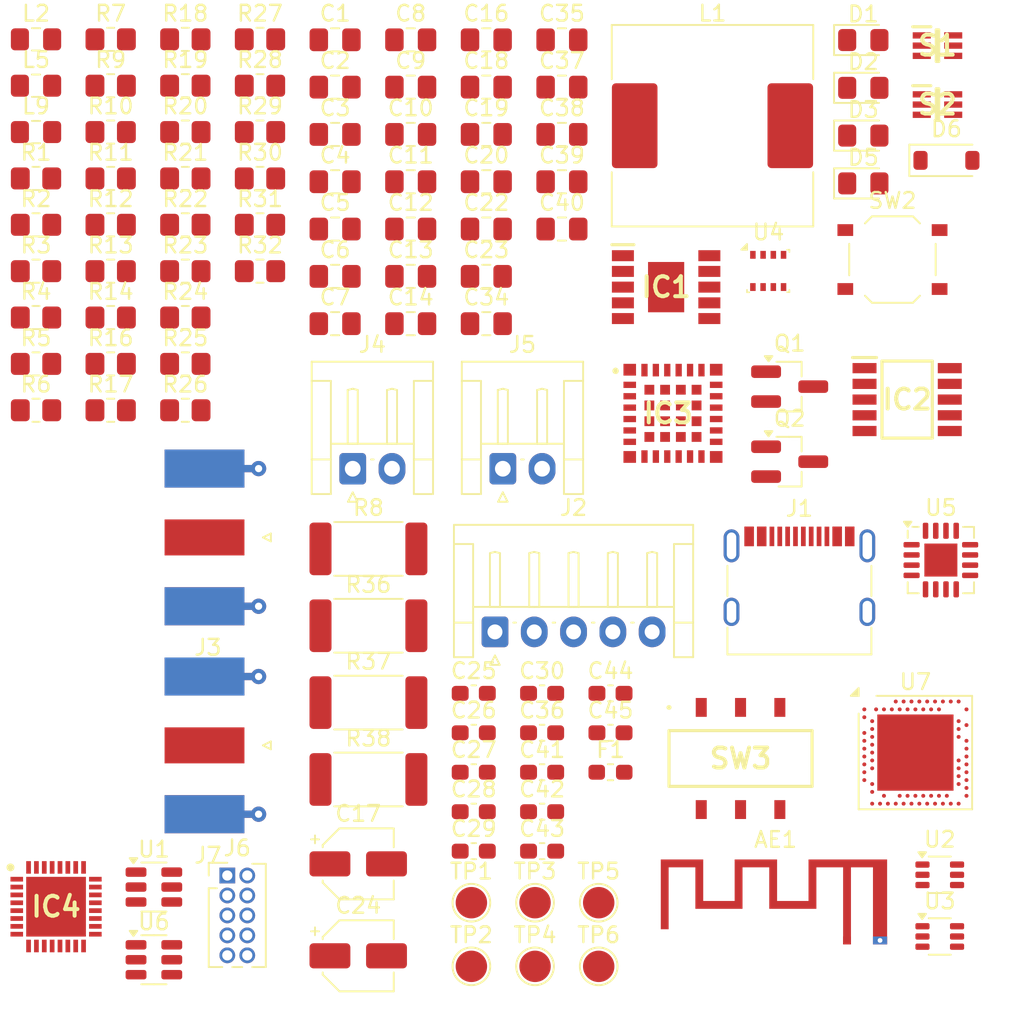
<source format=kicad_pcb>
(kicad_pcb (version 20241229) (generator "pcbnew") (generator_version "9.0")
  (layers (0 "F.Cu" signal) (2 "B.Cu" signal) (13 "F.Paste" user) (15 "B.Paste" user) (5 "F.SilkS" user "F.Silkscreen") (7 "B.SilkS" user "B.Silkscreen") (1 "F.Mask" user) (3 "B.Mask" user) (25 "Edge.Cuts" user))
  (net 0 "")
  (net 1 "GND")
  (net 2 "RF_WIFI_BT")
  (net 3 "VDD_NRF")
  (net 4 "Net-(IC1-VDD)")
  (net 5 "Net-(U1-VIN)")
  (net 6 "Net-(U1-VBST)")
  (net 7 "Net-(U1-SW)")
  (net 8 "Bat Shunt 1")
  (net 9 "+5V")
  (net 10 "Net-(C20-Pad2)")
  (net 11 "Net-(IC2-VG)")
  (net 12 "Net-(IC2-VCC)")
  (net 13 "USE_ANT_2")
  (net 14 "+4V")
  (net 15 "Net-(S1-RFC)")
  (net 16 "RF_LORA")
  (net 19 "Net-(S1-RF2)")
  (net 20 "Net-(S2-RFC)")
  (net 21 "Net-(J7-In)")
  (net 22 "Net-(S1-RF1)")
  (net 23 "Net-(S2-RF1)")
  (net 24 "Net-(IC3-TX)")
  (net 25 "Net-(S2-RF2)")
  (net 26 "Net-(IC3-RX3)")
  (net 27 "Net-(IC3-ANT)")
  (net 28 "Net-(J3-In)")
  (net 29 "Net-(D1-K)")
  (net 30 "Net-(D1-A)")
  (net 31 "Net-(D2-A)")
  (net 32 "Net-(D3-K)")
  (net 33 "Net-(D3-A)")
  (net 34 "Net-(D5-K)")
  (net 35 "Net-(D6-K)")
  (net 36 "Sys Load")
  (net 37 "D+")
  (net 38 "CC1")
  (net 41 "Net-(IC1-VBUS)")
  (net 42 "Net-(IC1-CFG1)")
  (net 43 "D-")
  (net 44 "CC2")
  (net 45 "Net-(IC2-MPPT)")
  (net 46 "Net-(IC2-COM)")
  (net 47 "Net-(IC2-CSP)")
  (net 48 "Net-(IC2-DRV)")
  (net 49 "RADIO C1")
  (net 50 "RADIO TX")
  (net 51 "Net-(IC3-RX1)")
  (net 52 "RADIO C2")
  (net 86 "Net-(J1-D--PadA7)")
  (net 87 "VBUS")
  (net 89 "Net-(J1-D+-PadA6)")
  (net 91 "GPS_RX")
  (net 92 "GPS_TX")
  (net 93 "GPS_EN")
  (net 94 "Sol Shunt 1")
  (net 96 "RST")
  (net 98 "SWDIO")
  (net 100 "SWDCLK")
  (net 101 "Net-(U2-L)")
  (net 102 "Net-(U3-L)")
  (net 103 "Charger Load")
  (net 104 "Net-(U1-EN)")
  (net 105 "Net-(U1-VFB)")
  (net 108 "I2C SDA")
  (net 109 "I2C SCL")
  (net 110 "Net-(U3-FB)")
  (net 111 "USE_ANT_1")
  (net 113 "USR_BUTTON")
  (net 114 "Net-(R25-Pad1)")
  (net 115 "Net-(R27-Pad2)")
  (net 116 "Net-(R28-Pad2)")
  (net 117 "Net-(R30-Pad2)")
  (net 118 "RADIO RX")
  (net 129 "Net-(U7-VSS-PadB7)")
  (net 137 "Net-(U7-VDD-PadA22)")
  (footprint "LED_SMD:LED_0805_2012Metric_Pad1.15x1.40mm_HandSolder" (layer "F.Cu") (at 163.235 69.605)
    (property "Reference" "D3" (at 0 -1.65 0) (layer "F.SilkS"))
    (property "Value" "LED")
    (pad "1" smd roundrect (at -1.025 0) (size 1.15 1.4) (layers "F.Cu" "F.Mask" "F.Paste") (roundrect_rratio 0.217391) (net 32 "Net-(D3-K)"))
    (pad "2" smd roundrect (at 1.025 0) (size 1.15 1.4) (layers "F.Cu" "F.Mask" "F.Paste") (roundrect_rratio 0.217391) (net 33 "Net-(D3-A)"))
  )
  (footprint "Capacitor_SMD:C_0603_1608Metric_Pad1.08x0.95mm_HandSolder" (layer "F.Cu") (at 147.15 105.09)
    (property "Reference" "C44" (at 0 -1.43 0) (layer "F.SilkS"))
    (property "Value" "470pF")
    (pad "1" smd roundrect (at -0.8625 0) (size 1.075 0.95) (layers "F.Cu" "F.Mask" "F.Paste") (net 25 "Net-(S2-RF2)"))
    (pad "2" smd roundrect (at 0.8625 0) (size 1.075 0.95) (layers "F.Cu" "F.Mask" "F.Paste") (net 26 "Net-(IC3-RX3)"))
  )
  (footprint "LED_SMD:LED_0805_2012Metric_Pad1.15x1.40mm_HandSolder" (layer "F.Cu") (at 163.235 66.565)
    (property "Reference" "D2" (at 0 -1.65 0) (layer "F.SilkS"))
    (property "Value" "LED")
    (pad "1" smd roundrect (at -1.025 0) (size 1.15 1.4) (layers "F.Cu" "F.Mask" "F.Paste") (roundrect_rratio 0.217391) (net 1 "GND"))
    (pad "2" smd roundrect (at 1.025 0) (size 1.15 1.4) (layers "F.Cu" "F.Mask" "F.Paste") (roundrect_rratio 0.217391) (net 31 "Net-(D2-A)"))
  )
  (footprint "Resistor_SMD:R_0805_2012Metric_Pad1.20x1.40mm_HandSolder" (layer "F.Cu") (at 115.35 63.48)
    (property "Reference" "R7" (at 0 -1.65 0) (layer "F.SilkS"))
    (property "Value" "33.2k")
    (pad "1" smd roundrect (at -1 0) (size 1.2 1.4) (layers "F.Cu" "F.Mask" "F.Paste") (roundrect_rratio 0.208333) (net 3 "VDD_NRF"))
    (pad "2" smd roundrect (at 1 0) (size 1.2 1.4) (layers "F.Cu" "F.Mask" "F.Paste") (roundrect_rratio 0.208333) (net 105 "Net-(U1-VFB)"))
  )
  (footprint "Capacitor_SMD:C_0805_2012Metric_Pad1.18x1.45mm_HandSolder" (layer "F.Cu") (at 139.25 81.57)
    (property "Reference" "C34" (at 0 -1.68 0) (layer "F.SilkS"))
    (property "Value" "10uF")
    (pad "1" smd roundrect (at -1.0375 0) (size 1.175 1.45) (layers "F.Cu" "F.Mask" "F.Paste") (roundrect_rratio 0.212766) (net 3 "VDD_NRF"))
    (pad "2" smd roundrect (at 1.0375 0) (size 1.175 1.45) (layers "F.Cu" "F.Mask" "F.Paste") (roundrect_rratio 0.212766) (net 1 "GND"))
  )
  (footprint "Capacitor_SMD:C_0805_2012Metric_Pad1.18x1.45mm_HandSolder" (layer "F.Cu") (at 134.44 78.56)
    (property "Reference" "C13" (at 0 -1.68 0) (layer "F.SilkS"))
    (property "Value" "22uF")
    (pad "1" smd roundrect (at -1.0375 0) (size 1.175 1.45) (layers "F.Cu" "F.Mask" "F.Paste") (roundrect_rratio 0.212766) (net 1 "GND"))
    (pad "2" smd roundrect (at 1.0375 0) (size 1.175 1.45) (layers "F.Cu" "F.Mask" "F.Paste") (roundrect_rratio 0.212766) (net 3 "VDD_NRF"))
  )
  (footprint "Package_DFN_QFN:Texas_RGV0016A_VQFN-16-1EP_4x4mm_P0.65mm_EP2.1x2.1mm" (layer "F.Cu") (at 168.17 96.61)
    (property "Reference" "U5" (at 0 -3.33 0) (layer "F.SilkS"))
    (property "Value" "INA3221")
    (pad "1" smd roundrect (at -1.8625 -0.975) (size 1.025 0.35) (layers "F.Cu" "F.Mask" "F.Paste") (net 36 "Sys Load"))
    (pad "2" smd roundrect (at -1.8625 -0.325) (size 1.025 0.35) (layers "F.Cu" "F.Mask" "F.Paste") (net 36 "Sys Load"))
    (pad "3" smd roundrect (at -1.8625 0.325) (size 1.025 0.35) (layers "F.Cu" "F.Mask" "F.Paste") (net 1 "GND"))
    (pad "4" smd roundrect (at -1.8625 0.975) (size 1.025 0.35) (layers "F.Cu" "F.Mask" "F.Paste") (net 3 "VDD_NRF"))
    (pad "5" smd roundrect (at -0.975 1.8625) (size 0.35 1.025) (layers "F.Cu" "F.Mask" "F.Paste"))
    (pad "6" smd roundrect (at -0.325 1.8625) (size 0.35 1.025) (layers "F.Cu" "F.Mask" "F.Paste") (net 109 "I2C SCL"))
    (pad "7" smd roundrect (at 0.325 1.8625) (size 0.35 1.025) (layers "F.Cu" "F.Mask" "F.Paste") (net 108 "I2C SDA"))
    (pad "8" smd roundrect (at 0.975 1.8625) (size 0.35 1.025) (layers "F.Cu" "F.Mask" "F.Paste"))
    (pad "9" smd roundrect (at 1.8625 0.975) (size 1.025 0.35) (layers "F.Cu" "F.Mask" "F.Paste"))
    (pad "10" smd roundrect (at 1.8625 0.325) (size 1.025 0.35) (layers "F.Cu" "F.Mask" "F.Paste"))
    (pad "11" smd roundrect (at 1.8625 -0.325) (size 1.025 0.35) (layers "F.Cu" "F.Mask" "F.Paste") (net 8 "Bat Shunt 1"))
    (pad "12" smd roundrect (at 1.8625 -0.975) (size 1.025 0.35) (layers "F.Cu" "F.Mask" "F.Paste") (net 8 "Bat Shunt 1"))
    (pad "13" smd roundrect (at 0.975 -1.8625) (size 0.35 1.025) (layers "F.Cu" "F.Mask" "F.Paste"))
    (pad "14" smd roundrect (at 0.325 -1.8625) (size 0.35 1.025) (layers "F.Cu" "F.Mask" "F.Paste") (net 94 "Sol Shunt 1"))
    (pad "15" smd roundrect (at -0.325 -1.8625) (size 0.35 1.025) (layers "F.Cu" "F.Mask" "F.Paste") (net 94 "Sol Shunt 1"))
    (pad "16" smd roundrect (at -0.975 -1.8625) (size 0.35 1.025) (layers "F.Cu" "F.Mask" "F.Paste") (net 3 "VDD_NRF"))
    (pad "17" smd rect (at 0 0) (size 2.1 2.1) (property pad_prop_heatsink) (layers "F.Cu" "F.Mask"))
  )
  (footprint "meshtastic:SS3235SL3" (layer "F.Cu") (at 155.425 109.235)
    (property "Reference" "SW3" (at 0 0 0) (layer "F.SilkS") (effects (font (size 1.27 1.27) (thickness 0.254))))
    (property "Value" "SW_DPDT_x2" (hide yes))
    (pad "1" smd rect (at -2.5 -3.25) (size 0.7 1.2) (layers "F.Cu" "F.Mask" "F.Paste") (net 111 "USE_ANT_1"))
    (pad "2" smd rect (at 0 -3.25) (size 0.7 1.2) (layers "F.Cu" "F.Mask" "F.Paste") (net 14 "+4V"))
    (pad "3" smd rect (at 2.5 -3.25) (size 0.7 1.2) (layers "F.Cu" "F.Mask" "F.Paste") (net 13 "USE_ANT_2"))
    (pad "4" smd rect (at -2.5 3.25) (size 0.7 1.2) (layers "F.Cu" "F.Mask" "F.Paste"))
    (pad "5" smd rect (at 0 3.25) (size 0.7 1.2) (layers "F.Cu" "F.Mask" "F.Paste"))
    (pad "6" smd rect (at 2.5 3.25) (size 0.7 1.2) (layers "F.Cu" "F.Mask" "F.Paste"))
  )
  (footprint "TestPoint:TestPoint_Pad_D2.0mm" (layer "F.Cu") (at 146.4 118.41)
    (property "Reference" "TP5" (at 0 -1.998 0) (layer "F.SilkS"))
    (property "Value" "TestPoint")
    (pad "1" smd circle (at 0 0) (size 2 2) (layers "F.Cu" "F.Mask") (net 36 "Sys Load"))
  )
  (footprint "Resistor_SMD:R_2512_6332Metric_Pad1.40x3.35mm_HandSolder" (layer "F.Cu") (at 131.75 100.79)
    (property "Reference" "R36" (at 0 -2.62 0) (layer "F.SilkS"))
    (property "Value" "0.1")
    (pad "1" smd roundrect (at -3.05 0) (size 1.4 3.35) (layers "F.Cu" "F.Mask" "F.Paste") (roundrect_rratio 0.178571) (net 47 "Net-(IC2-CSP)"))
    (pad "2" smd roundrect (at 3.05 0) (size 1.4 3.35) (layers "F.Cu" "F.Mask" "F.Paste") (roundrect_rratio 0.178571) (net 8 "Bat Shunt 1"))
  )
  (footprint "Package_LGA:Bosch_LGA-8_2.5x2.5mm_P0.65mm_ClockwisePinNumbering" (layer "F.Cu") (at 157.185 78.215)
    (property "Reference" "U4" (at 0.015 -2.465 0) (layer "F.SilkS"))
    (property "Value" "BME280")
    (pad "1" smd rect (at -0.975 -1.025 90) (size 0.5 0.35) (layers "F.Cu" "F.Mask" "F.Paste") (net 1 "GND"))
    (pad "2" smd rect (at -0.325 -1.025 90) (size 0.5 0.35) (layers "F.Cu" "F.Mask" "F.Paste") (net 3 "VDD_NRF"))
    (pad "3" smd rect (at 0.325 -1.025 90) (size 0.5 0.35) (layers "F.Cu" "F.Mask" "F.Paste") (net 108 "I2C SDA"))
    (pad "4" smd rect (at 0.975 -1.025 90) (size 0.5 0.35) (layers "F.Cu" "F.Mask" "F.Paste") (net 109 "I2C SCL"))
    (pad "5" smd rect (at 0.975 1.025 90) (size 0.5 0.35) (layers "F.Cu" "F.Mask" "F.Paste") (net 3 "VDD_NRF"))
    (pad "6" smd rect (at 0.325 1.025 90) (size 0.5 0.35) (layers "F.Cu" "F.Mask" "F.Paste") (net 3 "VDD_NRF"))
    (pad "7" smd rect (at -0.325 1.025 90) (size 0.5 0.35) (layers "F.Cu" "F.Mask" "F.Paste") (net 1 "GND"))
    (pad "8" smd rect (at -0.975 1.025 90) (size 0.5 0.35) (layers "F.Cu" "F.Mask" "F.Paste") (net 3 "VDD_NRF"))
  )
  (footprint "Inductor_SMD:L_0805_2012Metric_Pad1.15x1.40mm_HandSolder" (layer "F.Cu") (at 110.6 66.43)
    (property "Reference" "L5" (at 0 -1.65 0) (layer "F.SilkS"))
    (property "Value" "4.7uH")
    (pad "1" smd roundrect (at -1.025 0) (size 1.15 1.4) (layers "F.Cu" "F.Mask" "F.Paste") (roundrect_rratio 0.217391) (net 3 "VDD_NRF"))
    (pad "2" smd roundrect (at 1.025 0) (size 1.15 1.4) (layers "F.Cu" "F.Mask" "F.Paste") (roundrect_rratio 0.217391) (net 101 "Net-(U2-L)"))
  )
  (footprint "Capacitor_SMD:C_0805_2012Metric_Pad1.18x1.45mm_HandSolder" (layer "F.Cu") (at 134.44 66.52)
    (property "Reference" "C9" (at 0 -1.68 0) (layer "F.SilkS"))
    (property "Value" "1uF")
    (pad "1" smd roundrect (at -1.0375 0) (size 1.175 1.45) (layers "F.Cu" "F.Mask" "F.Paste") (roundrect_rratio 0.212766) (net 4 "Net-(IC1-VDD)"))
    (pad "2" smd roundrect (at 1.0375 0) (size 1.175 1.45) (layers "F.Cu" "F.Mask" "F.Paste") (roundrect_rratio 0.212766) (net 1 "GND"))
  )
  (footprint "Capacitor_SMD:C_0805_2012Metric_Pad1.18x1.45mm_HandSolder" (layer "F.Cu") (at 144.06 69.53)
    (property "Reference" "C38" (at 0 -1.68 0) (layer "F.SilkS"))
    (property "Value" "22uF")
    (pad "1" smd roundrect (at -1.0375 0) (size 1.175 1.45) (layers "F.Cu" "F.Mask" "F.Paste") (roundrect_rratio 0.212766) (net 9 "+5V"))
    (pad "2" smd roundrect (at 1.0375 0) (size 1.175 1.45) (layers "F.Cu" "F.Mask" "F.Paste") (roundrect_rratio 0.212766) (net 1 "GND"))
  )
  (footprint "Capacitor_SMD:C_0603_1608Metric_Pad1.08x0.95mm_HandSolder" (layer "F.Cu") (at 138.45 112.62)
    (property "Reference" "C28" (at 0 -1.43 0) (layer "F.SilkS"))
    (property "Value" "0.047uF")
    (pad "1" smd roundrect (at -0.8625 0) (size 1.075 0.95) (layers "F.Cu" "F.Mask" "F.Paste") (net 13 "USE_ANT_2"))
    (pad "2" smd roundrect (at 0.8625 0) (size 1.075 0.95) (layers "F.Cu" "F.Mask" "F.Paste") (net 1 "GND"))
  )
  (footprint "Resistor_SMD:R_2512_6332Metric_Pad1.40x3.35mm_HandSolder" (layer "F.Cu") (at 131.75 95.9)
    (property "Reference" "R8" (at 0 -2.62 0) (layer "F.SilkS"))
    (property "Value" "0.1")
    (pad "1" smd roundrect (at -3.05 0) (size 1.4 3.35) (layers "F.Cu" "F.Mask" "F.Paste") (roundrect_rratio 0.178571) (net 8 "Bat Shunt 1"))
    (pad "2" smd roundrect (at 3.05 0) (size 1.4 3.35) (layers "F.Cu" "F.Mask" "F.Paste") (roundrect_rratio 0.178571) (net 8 "Bat Shunt 1"))
  )
  (footprint "meshtastic:SOT65P210X110-6N" (layer "F.Cu") (at 167.955 63.88)
    (property "Reference" "S1" (at 0 0 0) (layer "F.SilkS") (effects (font (size 1.27 1.27) (thickness 0.254))))
    (property "Value" "MASWSS0136TR-3000" (hide yes))
    (pad "1" smd rect (at -1 -0.65 90) (size 0.4 1.15) (layers "F.Cu" "F.Mask" "F.Paste") (net 22 "Net-(S1-RF1)"))
    (pad "2" smd rect (at -1 0 90) (size 0.4 1.15) (layers "F.Cu" "F.Mask" "F.Paste") (net 1 "GND"))
    (pad "3" smd rect (at -1 0.65 90) (size 0.4 1.15) (layers "F.Cu" "F.Mask" "F.Paste") (net 19 "Net-(S1-RF2)"))
    (pad "4" smd rect (at 1 0.65 90) (size 0.4 1.15) (layers "F.Cu" "F.Mask" "F.Paste") (net 13 "USE_ANT_2"))
    (pad "5" smd rect (at 1 0 90) (size 0.4 1.15) (layers "F.Cu" "F.Mask" "F.Paste") (net 15 "Net-(S1-RFC)"))
    (pad "6" smd rect (at 1 -0.65 90) (size 0.4 1.15) (layers "F.Cu" "F.Mask" "F.Paste") (net 111 "USE_ANT_1"))
  )
  (footprint "Capacitor_SMD:C_0805_2012Metric_Pad1.18x1.45mm_HandSolder" (layer "F.Cu") (at 144.06 75.55)
    (property "Reference" "C40" (at 0 -1.68 0) (layer "F.SilkS"))
    (property "Value" "1uF")
    (pad "1" smd roundrect (at -1.0375 0) (size 1.175 1.45) (layers "F.Cu" "F.Mask" "F.Paste") (roundrect_rratio 0.212766))
    (pad "2" smd roundrect (at 1.0375 0) (size 1.175 1.45) (layers "F.Cu" "F.Mask" "F.Paste") (roundrect_rratio 0.212766) (net 1 "GND"))
  )
  (footprint "Resistor_SMD:R_0805_2012Metric_Pad1.20x1.40mm_HandSolder" (layer "F.Cu") (at 110.6 81.18)
    (property "Reference" "R4" (at 0 -1.65 0) (layer "F.SilkS"))
    (property "Value" "10k")
    (pad "1" smd roundrect (at -1 0) (size 1.2 1.4) (layers "F.Cu" "F.Mask" "F.Paste") (roundrect_rratio 0.208333) (net 3 "VDD_NRF"))
    (pad "2" smd roundrect (at 1 0) (size 1.2 1.4) (layers "F.Cu" "F.Mask" "F.Paste") (roundrect_rratio 0.208333) (net 41 "Net-(IC1-VBUS)"))
  )
  (footprint "meshtastic:QFN50P500X500X100-33N-D" (layer "F.Cu") (at 111.875 118.665)
    (property "Reference" "IC4" (at 0 0 0) (layer "F.SilkS") (effects (font (size 1.27 1.27) (thickness 0.254))))
    (property "Value" "LR1110IMLTRT" (hide yes))
    (pad "1" smd rect (at -2.5 -1.75 90) (size 0.3 0.8) (layers "F.Cu" "F.Mask" "F.Paste"))
    (pad "2" smd rect (at -2.5 -1.25 90) (size 0.3 0.8) (layers "F.Cu" "F.Mask" "F.Paste"))
    (pad "3" smd rect (at -2.5 -0.75 90) (size 0.3 0.8) (layers "F.Cu" "F.Mask" "F.Paste"))
    (pad "4" smd rect (at -2.5 -0.25 90) (size 0.3 0.8) (layers "F.Cu" "F.Mask" "F.Paste"))
    (pad "5" smd rect (at -2.5 0.25 90) (size 0.3 0.8) (layers "F.Cu" "F.Mask" "F.Paste"))
    (pad "6" smd rect (at -2.5 0.75 90) (size 0.3 0.8) (layers "F.Cu" "F.Mask" "F.Paste"))
    (pad "7" smd rect (at -2.5 1.25 90) (size 0.3 0.8) (layers "F.Cu" "F.Mask" "F.Paste"))
    (pad "8" smd rect (at -2.5 1.75 90) (size 0.3 0.8) (layers "F.Cu" "F.Mask" "F.Paste"))
    (pad "9" smd rect (at -1.75 2.5) (size 0.3 0.8) (layers "F.Cu" "F.Mask" "F.Paste"))
    (pad "10" smd rect (at -1.25 2.5) (size 0.3 0.8) (layers "F.Cu" "F.Mask" "F.Paste"))
    (pad "11" smd rect (at -0.75 2.5) (size 0.3 0.8) (layers "F.Cu" "F.Mask" "F.Paste"))
    (pad "12" smd rect (at -0.25 2.5) (size 0.3 0.8) (layers "F.Cu" "F.Mask" "F.Paste"))
    (pad "13" smd rect (at 0.25 2.5) (size 0.3 0.8) (layers "F.Cu" "F.Mask" "F.Paste"))
    (pad "14" smd rect (at 0.75 2.5) (size 0.3 0.8) (layers "F.Cu" "F.Mask" "F.Paste"))
    (pad "15" smd rect (at 1.25 2.5) (size 0.3 0.8) (layers "F.Cu" "F.Mask" "F.Paste"))
    (pad "16" smd rect (at 1.75 2.5) (size 0.3 0.8) (layers "F.Cu" "F.Mask" "F.Paste"))
    (pad "17" smd rect (at 2.5 1.75 90) (size 0.3 0.8) (layers "F.Cu" "F.Mask" "F.Paste"))
    (pad "18" smd rect (at 2.5 1.25 90) (size 0.3 0.8) (layers "F.Cu" "F.Mask" "F.Paste"))
    (pad "19" smd rect (at 2.5 0.75 90) (size 0.3 0.8) (layers "F.Cu" "F.Mask" "F.Paste"))
    (pad "20" smd rect (at 2.5 0.25 90) (size 0.3 0.8) (layers "F.Cu" "F.Mask" "F.Paste"))
    (pad "21" smd rect (at 2.5 -0.25 90) (size 0.3 0.8) (layers "F.Cu" "F.Mask" "F.Paste"))
    (pad "22" smd rect (at 2.5 -0.75 90) (size 0.3 0.8) (layers "F.Cu" "F.Mask" "F.Paste"))
    (pad "23" smd rect (at 2.5 -1.25 90) (size 0.3 0.8) (layers "F.Cu" "F.Mask" "F.Paste"))
    (pad "24" smd rect (at 2.5 -1.75 90) (size 0.3 0.8) (layers "F.Cu" "F.Mask" "F.Paste"))
    (pad "25" smd rect (at 1.75 -2.5) (size 0.3 0.8) (layers "F.Cu" "F.Mask" "F.Paste"))
    (pad "26" smd rect (at 1.25 -2.5) (size 0.3 0.8) (layers "F.Cu" "F.Mask" "F.Paste"))
    (pad "27" smd rect (at 0.75 -2.5) (size 0.3 0.8) (layers "F.Cu" "F.Mask" "F.Paste"))
    (pad "28" smd rect (at 0.25 -2.5) (size 0.3 0.8) (layers "F.Cu" "F.Mask" "F.Paste"))
    (pad "29" smd rect (at -0.25 -2.5) (size 0.3 0.8) (layers "F.Cu" "F.Mask" "F.Paste"))
    (pad "30" smd rect (at -0.75 -2.5) (size 0.3 0.8) (layers "F.Cu" "F.Mask" "F.Paste"))
    (pad "31" smd rect (at -1.25 -2.5) (size 0.3 0.8) (layers "F.Cu" "F.Mask" "F.Paste"))
    (pad "32" smd rect (at -1.75 -2.5) (size 0.3 0.8) (layers "F.Cu" "F.Mask" "F.Paste"))
    (pad "33" smd rect (at 0 0) (size 3.8 3.8) (layers "F.Cu" "F.Mask" "F.Paste"))
  )
  (footprint "Capacitor_SMD:C_0805_2012Metric_Pad1.18x1.45mm_HandSolder" (layer "F.Cu") (at 129.63 66.52)
    (property "Reference" "C2" (at 0 -1.68 0) (layer "F.SilkS"))
    (property "Value" "10uF")
    (pad "1" smd roundrect (at -1.0375 0) (size 1.175 1.45) (layers "F.Cu" "F.Mask" "F.Paste") (roundrect_rratio 0.212766) (net 3 "VDD_NRF"))
    (pad "2" smd roundrect (at 1.0375 0) (size 1.175 1.45) (layers "F.Cu" "F.Mask" "F.Paste") (roundrect_rratio 0.212766) (net 1 "GND"))
  )
  (footprint "Capacitor_SMD:C_0805_2012Metric_Pad1.18x1.45mm_HandSolder" (layer "F.Cu") (at 134.44 69.53)
    (property "Reference" "C10" (at 0 -1.68 0) (layer "F.SilkS"))
    (property "Value" "10uF")
    (pad "1" smd roundrect (at -1.0375 0) (size 1.175 1.45) (layers "F.Cu" "F.Mask" "F.Paste") (roundrect_rratio 0.212766) (net 5 "Net-(U1-VIN)"))
    (pad "2" smd roundrect (at 1.0375 0) (size 1.175 1.45) (layers "F.Cu" "F.Mask" "F.Paste") (roundrect_rratio 0.212766) (net 1 "GND"))
  )
  (footprint "Resistor_SMD:R_0805_2012Metric_Pad1.20x1.40mm_HandSolder" (layer "F.Cu") (at 124.85 69.38)
    (property "Reference" "R29" (at 0 -1.65 0) (layer "F.SilkS"))
    (property "Value" "5k")
    (pad "1" smd roundrect (at -1 0) (size 1.2 1.4) (layers "F.Cu" "F.Mask" "F.Paste") (roundrect_rratio 0.208333) (net 116 "Net-(R28-Pad2)"))
    (pad "2" smd roundrect (at 1 0) (size 1.2 1.4) (layers "F.Cu" "F.Mask" "F.Paste") (roundrect_rratio 0.208333) (net 1 "GND"))
  )
  (footprint "Resistor_SMD:R_0805_2012Metric_Pad1.20x1.40mm_HandSolder" (layer "F.Cu") (at 120.1 87.08)
    (property "Reference" "R26" (at 0 -1.65 0) (layer "F.SilkS"))
    (property "Value" "23.7k")
    (pad "1" smd roundrect (at -1 0) (size 1.2 1.4) (layers "F.Cu" "F.Mask" "F.Paste") (roundrect_rratio 0.208333) (net 94 "Sol Shunt 1"))
    (pad "2" smd roundrect (at 1 0) (size 1.2 1.4) (layers "F.Cu" "F.Mask" "F.Paste") (roundrect_rratio 0.208333) (net 114 "Net-(R25-Pad1)"))
  )
  (footprint "Resistor_SMD:R_0805_2012Metric_Pad1.20x1.40mm_HandSolder" (layer "F.Cu") (at 115.35 78.23)
    (property "Reference" "R13" (at 0 -1.65 0) (layer "F.SilkS"))
    (property "Value" "51.1k")
    (pad "1" smd roundrect (at -1 0) (size 1.2 1.4) (layers "F.Cu" "F.Mask" "F.Paste") (roundrect_rratio 0.208333))
    (pad "2" smd roundrect (at 1 0) (size 1.2 1.4) (layers "F.Cu" "F.Mask" "F.Paste") (roundrect_rratio 0.208333) (net 1 "GND"))
  )
  (footprint "Resistor_SMD:R_2512_6332Metric_Pad1.40x3.35mm_HandSolder" (layer "F.Cu") (at 131.75 110.57)
    (property "Reference" "R38" (at 0 -2.62 0) (layer "F.SilkS"))
    (property "Value" "0.1")
    (pad "1" smd roundrect (at -3.05 0) (size 1.4 3.35) (layers "F.Cu" "F.Mask" "F.Paste") (roundrect_rratio 0.178571) (net 36 "Sys Load"))
    (pad "2" smd roundrect (at 3.05 0) (size 1.4 3.35) (layers "F.Cu" "F.Mask" "F.Paste") (roundrect_rratio 0.178571) (net 36 "Sys Load"))
  )
  (footprint "Capacitor_SMD:C_0603_1608Metric_Pad1.08x0.95mm_HandSolder" (layer "F.Cu") (at 147.15 107.6)
    (property "Reference" "C45" (at 0 -1.43 0) (layer "F.SilkS"))
    (property "Value" "470pF")
    (pad "1" smd roundrect (at -0.8625 0) (size 1.075 0.95) (layers "F.Cu" "F.Mask" "F.Paste") (net 28 "Net-(J3-In)"))
    (pad "2" smd roundrect (at 0.8625 0) (size 1.075 0.95) (layers "F.Cu" "F.Mask" "F.Paste") (net 27 "Net-(IC3-ANT)"))
  )
  (footprint "Resistor_SMD:R_0805_2012Metric_Pad1.20x1.40mm_HandSolder" (layer "F.Cu") (at 110.6 75.28)
    (property "Reference" "R2" (at 0 -1.65 0) (layer "F.SilkS"))
    (property "Value" "1k")
    (pad "1" smd roundrect (at -1 0) (size 1.2 1.4) (layers "F.Cu" "F.Mask" "F.Paste") (roundrect_rratio 0.208333) (net 87 "VBUS"))
    (pad "2" smd roundrect (at 1 0) (size 1.2 1.4) (layers "F.Cu" "F.Mask" "F.Paste") (roundrect_rratio 0.208333) (net 4 "Net-(IC1-VDD)"))
  )
  (footprint "Capacitor_SMD:C_0805_2012Metric_Pad1.18x1.45mm_HandSolder" (layer "F.Cu") (at 134.44 81.57)
    (property "Reference" "C14" (at 0 -1.68 0) (layer "F.SilkS"))
    (property "Value" "22uF")
    (pad "1" smd roundrect (at -1.0375 0) (size 1.175 1.45) (layers "F.Cu" "F.Mask" "F.Paste") (roundrect_rratio 0.212766) (net 1 "GND"))
    (pad "2" smd roundrect (at 1.0375 0) (size 1.175 1.45) (layers "F.Cu" "F.Mask" "F.Paste") (roundrect_rratio 0.212766) (net 3 "VDD_NRF"))
  )
  (footprint "Capacitor_SMD:C_0805_2012Metric_Pad1.18x1.45mm_HandSolder" (layer "F.Cu") (at 139.25 66.52)
    (property "Reference" "C18" (at 0 -1.68 0) (layer "F.SilkS"))
    (property "Value" "10uF")
    (pad "1" smd roundrect (at -1.0375 0) (size 1.175 1.45) (layers "F.Cu" "F.Mask" "F.Paste") (roundrect_rratio 0.212766) (net 3 "VDD_NRF"))
    (pad "2" smd roundrect (at 1.0375 0) (size 1.175 1.45) (layers "F.Cu" "F.Mask" "F.Paste") (roundrect_rratio 0.212766) (net 1 "GND"))
  )
  (footprint "Resistor_SMD:R_0805_2012Metric_Pad1.20x1.40mm_HandSolder" (layer "F.Cu") (at 115.35 72.33)
    (property "Reference" "R11" (at 0 -1.65 0) (layer "F.SilkS"))
    (property "Value" "10k")
    (pad "1" smd roundrect (at -1 0) (size 1.2 1.4) (layers "F.Cu" "F.Mask" "F.Paste") (roundrect_rratio 0.208333) (net 1 "GND"))
    (pad "2" smd roundrect (at 1 0) (size 1.2 1.4) (layers "F.Cu" "F.Mask" "F.Paste") (roundrect_rratio 0.208333) (net 45 "Net-(IC2-MPPT)"))
  )
  (footprint "Diode_SMD:D_SOD-123" (layer "F.Cu") (at 168.525 71.18)
    (property "Reference" "D6" (at 0 -2 0) (layer "F.SilkS"))
    (property "Value" "D_Schottky")
    (pad "1" smd roundrect (at -1.65 0) (size 0.9 1.2) (layers "F.Cu" "F.Mask" "F.Paste") (net 35 "Net-(D6-K)"))
    (pad "2" smd roundrect (at 1.65 0) (size 0.9 1.2) (layers "F.Cu" "F.Mask" "F.Paste") (net 1 "GND"))
  )
  (footprint "Resistor_SMD:R_0805_2012Metric_Pad1.20x1.40mm_HandSolder" (layer "F.Cu") (at 120.1 69.38)
    (property "Reference" "R20" (at 0 -1.65 0) (layer "F.SilkS"))
    (property "Value" "100k")
    (pad "1" smd roundrect (at -1 0) (size 1.2 1.4) (layers "F.Cu" "F.Mask" "F.Paste") (roundrect_rratio 0.208333) (net 110 "Net-(U3-FB)"))
    (pad "2" smd roundrect (at 1 0) (size 1.2 1.4) (layers "F.Cu" "F.Mask" "F.Paste") (roundrect_rratio 0.208333) (net 1 "GND"))
  )
  (footprint "Resistor_SMD:R_0805_2012Metric_Pad1.20x1.40mm_HandSolder" (layer "F.Cu") (at 115.35 69.38)
    (property "Reference" "R10" (at 0 -1.65 0) (layer "F.SilkS"))
    (property "Value" "120")
    (pad "1" smd roundrect (at -1 0) (size 1.2 1.4) (layers "F.Cu" "F.Mask" "F.Paste") (roundrect_rratio 0.208333) (net 46 "Net-(IC2-COM)"))
    (pad "2" smd roundrect (at 1 0) (size 1.2 1.4) (layers "F.Cu" "F.Mask" "F.Paste") (roundrect_rratio 0.208333) (net 10 "Net-(C20-Pad2)"))
  )
  (footprint "Resistor_SMD:R_0805_2012Metric_Pad1.20x1.40mm_HandSolder" (layer "F.Cu") (at 110.6 84.13)
    (property "Reference" "R5" (at 0 -1.65 0) (layer "F.SilkS"))
    (property "Value" "10k")
    (pad "1" smd roundrect (at -1 0) (size 1.2 1.4) (layers "F.Cu" "F.Mask" "F.Paste") (roundrect_rratio 0.208333) (net 104 "Net-(U1-EN)"))
    (pad "2" smd roundrect (at 1 0) (size 1.2 1.4) (layers "F.Cu" "F.Mask" "F.Paste") (roundrect_rratio 0.208333) (net 5 "Net-(U1-VIN)"))
  )
  (footprint "Capacitor_SMD:C_0805_2012Metric_Pad1.18x1.45mm_HandSolder" (layer "F.Cu") (at 129.63 78.56)
    (property "Reference" "C6" (at 0 -1.68 0) (layer "F.SilkS"))
    (property "Value" "10uF")
    (pad "1" smd roundrect (at -1.0375 0) (size 1.175 1.45) (layers "F.Cu" "F.Mask" "F.Paste") (roundrect_rratio 0.212766) (net 3 "VDD_NRF"))
    (pad "2" smd roundrect (at 1.0375 0) (size 1.175 1.45) (layers "F.Cu" "F.Mask" "F.Paste") (roundrect_rratio 0.212766) (net 1 "GND"))
  )
  (footprint "TestPoint:TestPoint_Pad_D2.0mm" (layer "F.Cu") (at 146.4 122.46)
    (property "Reference" "TP6" (at 0 -1.998 0) (layer "F.SilkS"))
    (property "Value" "TestPoint")
    (pad "1" smd circle (at 0 0) (size 2 2) (layers "F.Cu" "F.Mask") (net 50 "RADIO TX"))
  )
  (footprint "Capacitor_SMD:C_0805_2012Metric_Pad1.18x1.45mm_HandSolder" (layer "F.Cu") (at 139.25 78.56)
    (property "Reference" "C23" (at 0 -1.68 0) (layer "F.SilkS"))
    (property "Value" "100nF")
    (pad "1" smd roundrect (at -1.0375 0) (size 1.175 1.45) (layers "F.Cu" "F.Mask" "F.Paste") (roundrect_rratio 0.212766) (net 1 "GND"))
    (pad "2" smd roundrect (at 1.0375 0) (size 1.175 1.45) (layers "F.Cu" "F.Mask" "F.Paste") (roundrect_rratio 0.212766) (net 3 "VDD_NRF"))
  )
  (footprint "Resistor_SMD:R_0805_2012Metric_Pad1.20x1.40mm_HandSolder" (layer "F.Cu") (at 124.85 75.28)
    (property "Reference" "R31" (at 0 -1.65 0) (layer "F.SilkS"))
    (property "Value" "5k")
    (pad "1" smd roundrect (at -1 0) (size 1.2 1.4) (layers "F.Cu" "F.Mask" "F.Paste") (roundrect_rratio 0.208333) (net 117 "Net-(R30-Pad2)"))
    (pad "2" smd roundrect (at 1 0) (size 1.2 1.4) (layers "F.Cu" "F.Mask" "F.Paste") (roundrect_rratio 0.208333) (net 1 "GND"))
  )
  (footprint "Connector_JST:JST_EH_S2B-EH_1x02_P2.50mm_Horizontal" (layer "F.Cu") (at 130.75 90.8)
    (property "Reference" "J4" (at 1.25 -7.9 0) (layer "F.SilkS"))
    (property "Value" "Conn_01x02_Socket")
    (pad "1" thru_hole roundrect (at 0 0) (size 1.7 2) (drill 1) (layers "*.Cu" "*.Mask") (roundrect_rratio 0.147059) (net 8 "Bat Shunt 1"))
    (pad "2" thru_hole oval (at 2.5 0) (size 1.7 2) (drill 1) (layers "*.Cu" "*.Mask") (net 1 "GND"))
  )
  (footprint "Connector_PinHeader_1.27mm:PinHeader_2x05_P1.27mm_Vertical" (layer "F.Cu") (at 122.77 116.68)
    (property "Reference" "J6" (at 0.635 -1.745 0) (layer "F.SilkS"))
    (property "Value" "Conn_ARM_JTAG_SWD_10")
    (pad "1" thru_hole rect (at 0 0) (size 1 1) (drill 0.65) (layers "*.Cu" "*.Mask") (net 3 "VDD_NRF"))
    (pad "2" thru_hole circle (at 1.27 0) (size 1 1) (drill 0.65) (layers "*.Cu" "*.Mask") (net 98 "SWDIO"))
    (pad "3" thru_hole circle (at 0 1.27) (size 1 1) (drill 0.65) (layers "*.Cu" "*.Mask") (net 1 "GND"))
    (pad "4" thru_hole circle (at 1.27 1.27) (size 1 1) (drill 0.65) (layers "*.Cu" "*.Mask") (net 100 "SWDCLK"))
    (pad "5" thru_hole circle (at 0 2.54) (size 1 1) (drill 0.65) (layers "*.Cu" "*.Mask") (net 1 "GND"))
    (pad "6" thru_hole circle (at 1.27 2.54) (size 1 1) (drill 0.65) (layers "*.Cu" "*.Mask"))
    (pad "7" thru_hole circle (at 0 3.81) (size 1 1) (drill 0.65) (layers "*.Cu" "*.Mask"))
    (pad "8" thru_hole circle (at 1.27 3.81) (size 1 1) (drill 0.65) (layers "*.Cu" "*.Mask"))
    (pad "9" thru_hole circle (at 0 5.08) (size 1 1) (drill 0.65) (layers "*.Cu" "*.Mask") (net 1 "GND"))
    (pad "10" thru_hole circle (at 1.27 5.08) (size 1 1) (drill 0.65) (layers "*.Cu" "*.Mask") (net 96 "RST"))
  )
  (footprint "Capacitor_SMD:C_0805_2012Metric_Pad1.18x1.45mm_HandSolder" (layer "F.Cu") (at 139.25 63.51)
    (property "Reference" "C16" (at 0 -1.68 0) (layer "F.SilkS"))
    (property "Value" "22uF")
    (pad "1" smd roundrect (at -1.0375 0) (size 1.175 1.45) (layers "F.Cu" "F.Mask" "F.Paste") (roundrect_rratio 0.212766) (net 6 "Net-(U1-VBST)"))
    (pad "2" smd roundrect (at 1.0375 0) (size 1.175 1.45) (layers "F.Cu" "F.Mask" "F.Paste") (roundrect_rratio 0.212766) (net 7 "Net-(U1-SW)"))
  )
  (footprint "Capacitor_SMD:C_0805_2012Metric_Pad1.18x1.45mm_HandSolder" (layer "F.Cu") (at 134.44 63.51)
    (property "Reference" "C8" (at 0 -1.68 0) (layer "F.SilkS"))
    (property "Value" "10uF")
    (pad "1" smd roundrect (at -1.0375 0) (size 1.175 1.45) (layers "F.Cu" "F.Mask" "F.Paste") (roundrect_rratio 0.212766) (net 3 "VDD_NRF"))
    (pad "2" smd roundrect (at 1.0375 0) (size 1.175 1.45) (layers "F.Cu" "F.Mask" "F.Paste") (roundrect_rratio 0.212766) (net 1 "GND"))
  )
  (footprint "Capacitor_SMD:C_0805_2012Metric_Pad1.18x1.45mm_HandSolder" (layer "F.Cu") (at 129.63 72.54)
    (property "Reference" "C4" (at 0 -1.68 0) (layer "F.SilkS"))
    (property "Value" "100nF")
    (pad "1" smd roundrect (at -1.0375 0) (size 1.175 1.45) (layers "F.Cu" "F.Mask" "F.Paste") (roundrect_rratio 0.212766) (net 3 "VDD_NRF"))
    (pad "2" smd roundrect (at 1.0375 0) (size 1.175 1.45) (layers "F.Cu" "F.Mask" "F.Paste") (roundrect_rratio 0.212766) (net 1 "GND"))
  )
  (footprint "Package_TO_SOT_SMD:Texas_R-PDSO-G6" (layer "F.Cu") (at 168.1 116.635)
    (property "Reference" "U2" (at 0 -2.25 0) (layer "F.SilkS"))
    (property "Value" "TPS61222DCK")
    (pad "1" smd roundrect (at -1.1 -0.65) (size 0.9 0.4) (layers "F.Cu" "F.Mask" "F.Paste") (net 3 "VDD_NRF"))
    (pad "2" smd roundrect (at -1.1 0) (size 0.9 0.4) (layers "F.Cu" "F.Mask" "F.Paste") (net 9 "+5V"))
    (pad "3" smd roundrect (at -1.1 0.65) (size 0.9 0.4) (layers "F.Cu" "F.Mask" "F.Paste") (net 1 "GND"))
    (pad "4" smd roundrect (at 1.1 0.65) (size 0.9 0.4) (layers "F.Cu" "F.Mask" "F.Paste") (net 9 "+5V"))
    (pad "5" smd roundrect (at 1.1 0) (size 0.9 0.4) (layers "F.Cu" "F.Mask" "F.Paste") (net 101 "Net-(U2-L)"))
    (pad "6" smd roundrect (at 1.1 -0.65) (size 0.9 0.4) (layers "F.Cu" "F.Mask" "F.Paste") (net 3 "VDD_NRF"))
  )
  (footprint "Capacitor_SMD:C_0805_2012Metric_Pad1.18x1.45mm_HandSolder" (layer "F.Cu") (at 129.63 63.51)
    (property "Reference" "C1" (at 0 -1.68 0) (layer "F.SilkS"))
    (property "Value" "10uF")
    (pad "1" smd roundrect (at -1.0375 0) (size 1.175 1.45) (layers "F.Cu" "F.Mask" "F.Paste") (roundrect_rratio 0.212766) (net 3 "VDD_NRF"))
    (pad "2" smd roundrect (at 1.0375 0) (size 1.175 1.45) (layers "F.Cu" "F.Mask" "F.Paste") (roundrect_rratio 0.212766) (net 1 "GND"))
  )
  (footprint "Connector_Coaxial:SMA_Molex_73251-1153_EdgeMount_Horizontal" (layer "F.Cu") (at 123.04 108.4)
    (property "Reference" "J7" (at -1.5 7 0) (layer "F.SilkS"))
    (property "Value" "Conn_Coaxial_Small")
    (pad "1" smd rect (at -1.72 0) (size 5.08 2.29) (layers "F.Cu" "F.Mask" "F.Paste") (net 21 "Net-(J7-In)"))
    (pad "2" smd rect (at -1.72 -4.38) (size 5.08 2.42) (layers "F.Cu" "F.Mask" "F.Paste") (net 1 "GND"))
    (pad "2" smd rect (at -1.72 -4.38) (size 5.08 2.42) (layers "B.Cu" "B.Mask" "B.Paste") (net 1 "GND"))
    (pad "2" smd rect (at -1.72 4.38) (size 5.08 2.42) (layers "F.Cu" "F.Mask" "F.Paste") (net 1 "GND"))
    (pad "2" smd rect (at -1.72 4.38) (size 5.08 2.42) (layers "B.Cu" "B.Mask" "B.Paste") (net 1 "GND"))
    (pad "2" smd rect (at 1.27 -4.38) (size 0.95 0.46) (layers "F.Cu") (net 1 "GND"))
    (pad "2" smd rect (at 1.27 -4.38) (size 0.95 0.46) (layers "B.Cu") (net 1 "GND"))
    (pad "2" smd rect (at 1.27 4.38) (size 0.95 0.46) (layers "F.Cu") (net 1 "GND"))
    (pad "2" smd rect (at 1.27 4.38) (size 0.95 0.46) (layers "B.Cu") (net 1 "GND"))
    (pad "2" thru_hole circle (at 1.72 -4.38) (size 0.97 0.97) (drill 0.46) (layers "*.Cu") (net 1 "GND"))
    (pad "2" thru_hole circle (at 1.72 4.38) (size 0.97 0.97) (drill 0.46) (layers "*.Cu") (net 1 "GND"))
  )
  (footprint "Capacitor_SMD:C_0603_1608Metric_Pad1.08x0.95mm_HandSolder" (layer "F.Cu") (at 138.45 107.6)
    (property "Reference" "C26" (at 0 -1.43 0) (layer "F.SilkS"))
    (property "Value" "470pF")
    (pad "1" smd roundrect (at -0.8625 0) (size 1.075 0.95) (layers "F.Cu" "F.Mask" "F.Paste") (net 13 "USE_ANT_2"))
    (pad "2" smd roundrect (at 0.8625 0) (size 1.075 0.95) (layers "F.Cu" "F.Mask" "F.Paste") (net 1 "GND"))
  )
  (footprint "Resistor_SMD:R_0805_2012Metric_Pad1.20x1.40mm_HandSolder" (layer "F.Cu") (at 120.1 84.13)
    (property "Reference" "R25" (at 0 -1.65 0) (layer "F.SilkS"))
    (property "Value" "5k")
    (pad "1" smd roundrect (at -1 0) (size 1.2 1.4) (layers "F.Cu" "F.Mask" "F.Paste") (roundrect_rratio 0.208333) (net 114 "Net-(R25-Pad1)"))
    (pad "2" smd roundrect (at 1 0) (size 1.2 1.4) (layers "F.Cu" "F.Mask" "F.Paste") (roundrect_rratio 0.208333) (net 1 "GND"))
  )
  (footprint "Connector_JST:JST_EH_S5B-EH_1x05_P2.50mm_Horizontal" (layer "F.Cu") (at 139.8 101.18)
    (property "Reference" "J2" (at 5 -7.9 0) (layer "F.SilkS"))
    (property "Value" "Conn_01x05_Socket")
    (pad "1" thru_hole roundrect (at 0 0) (size 1.7 1.95) (drill 0.95) (layers "*.Cu" "*.Mask") (roundrect_rratio 0.147059) (net 3 "VDD_NRF"))
    (pad "2" thru_hole oval (at 2.5 0) (size 1.7 1.95) (drill 0.95) (layers "*.Cu" "*.Mask") (net 93 "GPS_EN"))
    (pad "3" thru_hole oval (at 5 0) (size 1.7 1.95) (drill 0.95) (layers "*.Cu" "*.Mask") (net 92 "GPS_TX"))
    (pad "4" thru_hole oval (at 7.5 0) (size 1.7 1.95) (drill 0.95) (layers "*.Cu" "*.Mask") (net 91 "GPS_RX"))
    (pad "5" thru_hole oval (at 10 0) (size 1.7 1.95) (drill 0.95) (layers "*.Cu" "*.Mask") (net 1 "GND"))
  )
  (footprint "Capacitor_SMD:C_0805_2012Metric_Pad1.18x1.45mm_HandSolder" (layer "F.Cu") (at 139.25 75.55)
    (property "Reference" "C22" (at 0 -1.68 0) (layer "F.SilkS"))
    (property "Value" "100nF")
    (pad "1" smd roundrect (at -1.0375 0) (size 1.175 1.45) (layers "F.Cu" "F.Mask" "F.Paste") (roundrect_rratio 0.212766) (net 1 "GND"))
    (pad "2" smd roundrect (at 1.0375 0) (size 1.175 1.45) (layers "F.Cu" "F.Mask" "F.Paste") (roundrect_rratio 0.212766) (net 3 "VDD_NRF"))
  )
  (footprint "Capacitor_SMD:C_0805_2012Metric_Pad1.18x1.45mm_HandSolder" (layer "F.Cu") (at 139.25 69.53)
    (property "Reference" "C19" (at 0 -1.68 0) (layer "F.SilkS"))
    (property "Value" "10uF")
    (pad "1" smd roundrect (at -1.0375 0) (size 1.175 1.45) (layers "F.Cu" "F.Mask" "F.Paste") (roundrect_rratio 0.212766) (net 9 "+5V"))
    (pad "2" smd roundrect (at 1.0375 0) (size 1.175 1.45) (layers "F.Cu" "F.Mask" "F.Paste") (roundrect_rratio 0.212766) (net 1 "GND"))
  )
  (footprint "Capacitor_SMD:C_0603_1608Metric_Pad1.08x0.95mm_HandSolder" (layer "F.Cu") (at 138.45 110.11)
    (property "Reference" "C27" (at 0 -1.43 0) (layer "F.SilkS"))
    (property "Value" "4700pF")
    (pad "1" smd roundrect (at -0.8625 0) (size 1.075 0.95) (layers "F.Cu" "F.Mask" "F.Paste") (net 13 "USE_ANT_2"))
    (pad "2" smd roundrect (at 0.8625 0) (size 1.075 0.95) (layers "F.Cu" "F.Mask" "F.Paste") (net 1 "GND"))
  )
  (footprint "Capacitor_SMD:CP_Elec_4x5.4" (layer "F.Cu") (at 131.1 115.94)
    (property "Reference" "C17" (at 0 -3.2 0) (layer "F.SilkS"))
    (property "Value" "10uF")
    (pad "1" smd roundrect (at -1.8 0) (size 2.6 1.6) (layers "F.Cu" "F.Mask" "F.Paste") (roundrect_rratio 0.15625) (net 8 "Bat Shunt 1"))
    (pad "2" smd roundrect (at 1.8 0) (size 2.6 1.6) (layers "F.Cu" "F.Mask" "F.Paste") (roundrect_rratio 0.15625) (net 1 "GND"))
  )
  (footprint "Resistor_SMD:R_0805_2012Metric_Pad1.20x1.40mm_HandSolder" (layer "F.Cu") (at 115.35 81.18)
    (property "Reference" "R14" (at 0 -1.65 0) (layer "F.SilkS"))
    (property "Value" "1k")
    (pad "1" smd roundrect (at -1 0) (size 1.2 1.4) (layers "F.Cu" "F.Mask" "F.Paste") (roundrect_rratio 0.208333) (net 31 "Net-(D2-A)"))
    (pad "2" smd roundrect (at 1 0) (size 1.2 1.4) (layers "F.Cu" "F.Mask" "F.Paste") (roundrect_rratio 0.208333))
  )
  (footprint "Button_Switch_SMD:SW_Push_1P1T_XKB_TS-1187A" (layer "F.Cu") (at 165.09 77.49)
    (property "Reference" "SW2" (at 0 -3.75 0) (layer "F.SilkS"))
    (property "Value" "SW_Push")
    (pad "1" smd rect (at -3 -1.875) (size 1 0.75) (layers "F.Cu" "F.Mask" "F.Paste") (net 1 "GND"))
    (pad "1" smd rect (at 3 -1.875) (size 1 0.75) (layers "F.Cu" "F.Mask" "F.Paste") (net 1 "GND"))
    (pad "2" smd rect (at -3 1.875) (size 1 0.75) (layers "F.Cu" "F.Mask" "F.Paste") (net 113 "USR_BUTTON"))
    (pad "2" smd rect (at 3 1.875) (size 1 0.75) (layers "F.Cu" "F.Mask" "F.Paste") (net 113 "USR_BUTTON"))
  )
  (footprint "Package_TO_SOT_SMD:SOT-23_Handsoldering" (layer "F.Cu") (at 158.55 90.35)
    (property "Reference" "Q2" (at 0 -2.75 0) (layer "F.SilkS"))
    (property "Value" "PMOS")
    (pad "1" smd roundrect (at -1.5 -0.95) (size 1.9 0.8) (layers "F.Cu" "F.Mask" "F.Paste") (net 103 "Charger Load"))
    (pad "2" smd roundrect (at -1.5 0.95) (size 1.9 0.8) (layers "F.Cu" "F.Mask" "F.Paste") (net 11 "Net-(IC2-VG)"))
    (pad "3" smd roundrect (at 1.5 0) (size 1.9 0.8) (layers "F.Cu" "F.Mask" "F.Paste") (net 12 "Net-(IC2-VCC)"))
  )
  (footprint "Capacitor_SMD:C_0805_2012Metric_Pad1.18x1.45mm_HandSolder" (layer "F.Cu") (at 144.06 72.54)
    (property "Reference" "C39" (at 0 -1.68 0) (layer "F.SilkS"))
    (property "Value" "22uF")
    (pad "1" smd roundrect (at -1.0375 0) (size 1.175 1.45) (layers "F.Cu" "F.Mask" "F.Paste") (roundrect_rratio 0.212766) (net 14 "+4V"))
    (pad "2" smd roundrect (at 1.0375 0) (size 1.175 1.45) (layers "F.Cu" "F.Mask" "F.Paste") (roundrect_rratio 0.212766) (net 1 "GND"))
  )
  (footprint "Resistor_SMD:R_2512_6332Metric_Pad1.40x3.35mm_HandSolder" (layer "F.Cu") (at 131.75 105.68)
    (property "Reference" "R37" (at 0 -2.62 0) (layer "F.SilkS"))
    (property "Value" "0.1")
    (pad "1" smd roundrect (at -3.05 0) (size 1.4 3.35) (layers "F.Cu" "F.Mask" "F.Paste") (roundrect_rratio 0.178571) (net 94 "Sol Shunt 1"))
    (pad "2" smd roundrect (at 3.05 0) (size 1.4 3.35) (layers "F.Cu" "F.Mask" "F.Paste") (roundrect_rratio 0.178571) (net 94 "Sol Shunt 1"))
  )
  (footprint "Resistor_SMD:R_0805_2012Metric_Pad1.20x1.40mm_HandSolder" (layer "F.Cu") (at 124.85 72.33)
    (property "Reference" "R30" (at 0 -1.65 0) (layer "F.SilkS"))
    (property "Value" "23.7k")
    (pad "1" smd roundrect (at -1 0) (size 1.2 1.4) (layers "F.Cu" "F.Mask" "F.Paste") (roundrect_rratio 0.208333) (net 87 "VBUS"))
    (pad "2" smd roundrect (at 1 0) (size 1.2 1.4) (layers "F.Cu" "F.Mask" "F.Paste") (roundrect_rratio 0.208333) (net 117 "Net-(R30-Pad2)"))
  )
  (footprint "Resistor_SMD:R_0805_2012Metric_Pad1.20x1.40mm_HandSolder" (layer "F.Cu") (at 120.1 78.23)
    (property "Reference" "R23" (at 0 -1.65 0) (layer "F.SilkS"))
    (property "Value" "51.1k")
    (pad "1" smd roundrect (at -1 0) (size 1.2 1.4) (layers "F.Cu" "F.Mask" "F.Paste") (roundrect_rratio 0.208333))
    (pad "2" smd roundrect (at 1 0) (size 1.2 1.4) (layers "F.Cu" "F.Mask" "F.Paste") (roundrect_rratio 0.208333) (net 1 "GND"))
  )
  (footprint "Resistor_SMD:R_0805_2012Metric_Pad1.20x1.40mm_HandSolder" (layer "F.Cu") (at 110.6 87.08)
    (property "Reference" "R6" (at 0 -1.65 0) (layer "F.SilkS"))
    (property "Value" "10k")
    (pad "1" smd roundrect (at -1 0) (size 1.2 1.4) (layers "F.Cu" "F.Mask" "F.Paste") (roundrect_rratio 0.208333) (net 105 "Net-(U1-VFB)"))
    (pad "2" smd roundrect (at 1 0) (size 1.2 1.4) (layers "F.Cu" "F.Mask" "F.Paste") (roundrect_rratio 0.208333) (net 1 "GND"))
  )
  (footprint "Capacitor_SMD:C_0603_1608Metric_Pad1.08x0.95mm_HandSolder" (layer "F.Cu") (at 142.8 105.09)
    (property "Reference" "C30" (at 0 -1.43 0) (layer "F.SilkS"))
    (property "Value" "220pF")
    (pad "1" smd roundrect (at -0.8625 0) (size 1.075 0.95) (layers "F.Cu" "F.Mask" "F.Paste") (net 3 "VDD_NRF"))
    (pad "2" smd roundrect (at 0.8625 0) (size 1.075 0.95) (layers "F.Cu" "F.Mask" "F.Paste") (net 1 "GND"))
  )
  (footprint "TestPoint:TestPoint_Pad_D2.0mm" (layer "F.Cu") (at 138.3 118.41)
    (property "Reference" "TP1" (at 0 -1.998 0) (layer "F.SilkS"))
    (property "Value" "TestPoint")
    (pad "1" smd circle (at 0 0) (size 2 2) (layers "F.Cu" "F.Mask") (net 109 "I2C SCL"))
  )
  (footprint "Capacitor_SMD:C_0603_1608Metric_Pad1.08x0.95mm_HandSolder" (layer "F.Cu") (at 142.8 115.13)
    (property "Reference" "C43" (at 0 -1.43 0) (layer "F.SilkS"))
    (property "Value" "470pF")
    (pad "1" smd roundrect (at -0.8625 0) (size 1.075 0.95) (layers "F.Cu" "F.Mask" "F.Paste") (net 24 "Net-(IC3-TX)"))
    (pad "2" smd roundrect (at 0.8625 0) (size 1.075 0.95) (layers "F.Cu" "F.Mask" "F.Paste") (net 23 "Net-(S2-RF1)"))
  )
  (footprint "Capacitor_SMD:C_0805_2012Metric_Pad1.18x1.45mm_HandSolder" (layer "F.Cu") (at 144.06 66.52)
    (property "Reference" "C37" (at 0 -1.68 0) (layer "F.SilkS"))
    (property "Value" "1uF")
    (pad "1" smd roundrect (at -1.0375 0) (size 1.175 1.45) (layers "F.Cu" "F.Mask" "F.Paste") (roundrect_rratio 0.212766))
    (pad "2" smd roundrect (at 1.0375 0) (size 1.175 1.45) (layers "F.Cu" "F.Mask" "F.Paste") (roundrect_rratio 0.212766) (net 1 "GND"))
  )
  (footprint "Resistor_SMD:R_0805_2012Metric_Pad1.20x1.40mm_HandSolder" (layer "F.Cu") (at 110.6 72.33)
    (property "Reference" "R1" (at 0 -1.65 0) (layer "F.SilkS"))
    (property "Value" "6.8k")
    (pad "1" smd roundrect (at -1 0) (size 1.2 1.4) (layers "F.Cu" "F.Mask" "F.Paste") (roundrect_rratio 0.208333) (net 42 "Net-(IC1-CFG1)"))
    (pad "2" smd roundrect (at 1 0) (size 1.2 1.4) (layers "F.Cu" "F.Mask" "F.Paste") (roundrect_rratio 0.208333) (net 1 "GND"))
  )
  (footprint "LED_SMD:LED_0805_2012Metric_Pad1.15x1.40mm_HandSolder" (layer "F.Cu") (at 163.235 63.525)
    (property "Reference" "D1" (at 0 -1.65 0) (layer "F.SilkS"))
    (property "Value" "LED")
    (pad "1" smd roundrect (at -1.025 0) (size 1.15 1.4) (layers "F.Cu" "F.Mask" "F.Paste") (roundrect_rratio 0.217391) (net 29 "Net-(D1-K)"))
    (pad "2" smd roundrect (at 1.025 0) (size 1.15 1.4) (layers "F.Cu" "F.Mask" "F.Paste") (roundrect_rratio 0.217391) (net 30 "Net-(D1-A)"))
  )
  (footprint "Resistor_SMD:R_0805_2012Metric_Pad1.20x1.40mm_HandSolder" (layer "F.Cu") (at 120.1 81.18)
    (property "Reference" "R24" (at 0 -1.65 0) (layer "F.SilkS"))
    (property "Value" "4.7k")
    (pad "1" smd roundrect (at -1 0) (size 1.2 1.4) (layers "F.Cu" "F.Mask" "F.Paste") (roundrect_rratio 0.208333) (net 3 "VDD_NRF"))
    (pad "2" smd roundrect (at 1 0) (size 1.2 1.4) (layers "F.Cu" "F.Mask" "F.Paste") (roundrect_rratio 0.208333) (net 113 "USR_BUTTON"))
  )
  (footprint "Inductor_SMD:L_SXN_SMDRI124" (layer "F.Cu") (at 153.64 68.975)
    (property "Reference" "L1" (at 0 -7.15 0) (layer "F.SilkS"))
    (property "Value" "2.2uH")
    (pad "1" smd roundrect (at -4.95 0) (size 2.9 5.4) (layers "F.Cu" "F.Mask" "F.Paste") (roundrect_rratio 0.086207) (net 7 "Net-(U1-SW)"))
    (pad "2" smd roundrect (at 4.95 0) (size 2.9 5.4) (layers "F.Cu" "F.Mask" "F.Paste") (roundrect_rratio 0.086207) (net 3 "VDD_NRF"))
  )
  (footprint "meshtastic:SKY6531321" (layer "F.Cu") (at 151.125 87.275)
    (property "Reference" "IC3" (at -0.3 0 0) (layer "F.SilkS") (effects (font (size 1.27 1.27) (thickness 0.254))))
    (property "Value" "SKY65313-21" (hide yes))
    (pad "1" smd rect (at -2.75 -2.775 90) (size 0.75 0.8) (layers "F.Cu" "F.Mask" "F.Paste") (net 1 "GND"))
    (pad "2" smd rect (at -2.75 -1.813 90) (size 0.4 0.8) (layers "F.Cu" "F.Mask" "F.Paste") (net 50 "RADIO TX"))
    (pad "3" smd rect (at -2.75 -1.088 90) (size 0.4 0.8) (layers "F.Cu" "F.Mask" "F.Paste") (net 49 "RADIO C1"))
    (pad "4" smd rect (at -2.75 -0.363 90) (size 0.4 0.8) (layers "F.Cu" "F.Mask" "F.Paste") (net 52 "RADIO C2"))
    (pad "5" smd rect (at -2.75 0.362 90) (size 0.4 0.8) (layers "F.Cu" "F.Mask" "F.Paste") (net 1 "GND"))
    (pad "6" smd rect (at -2.75 1.088 90) (size 0.4 0.8) (layers "F.Cu" "F.Mask" "F.Paste") (net 1 "GND"))
    (pad "7" smd rect (at -2.75 1.813 90) (size 0.4 0.8) (layers "F.Cu" "F.Mask" "F.Paste") (net 27 "Net-(IC3-ANT)"))
    (pad "8" smd rect (at -2.75 2.775 90) (size 0.75 0.8) (layers "F.Cu" "F.Mask" "F.Paste") (net 1 "GND"))
    (pad "9" smd rect (at -1.813 2.75) (size 0.4 0.8) (layers "F.Cu" "F.Mask" "F.Paste") (net 1 "GND"))
    (pad "10" smd rect (at -1.088 2.75) (size 0.4 0.8) (layers "F.Cu" "F.Mask" "F.Paste") (net 51 "Net-(IC3-RX1)"))
    (pad "11" smd rect (at -0.363 2.75) (size 0.4 0.8) (layers "F.Cu" "F.Mask" "F.Paste") (net 1 "GND"))
    (pad "12" smd rect (at 0.363 2.75) (size 0.4 0.8) (layers "F.Cu" "F.Mask" "F.Paste") (net 1 "GND"))
    (pad "13" smd rect (at 1.088 2.75) (size 0.4 0.8) (layers "F.Cu" "F.Mask" "F.Paste") (net 51 "Net-(IC3-RX1)"))
    (pad "14" smd rect (at 1.812 2.75) (size 0.4 0.8) (layers "F.Cu" "F.Mask" "F.Paste") (net 1 "GND"))
    (pad "15" smd rect (at 2.75 2.775 90) (size 0.75 0.8) (layers "F.Cu" "F.Mask" "F.Paste") (net 1 "GND"))
    (pad "16" smd rect (at 2.75 1.813 90) (size 0.4 0.8) (layers "F.Cu" "F.Mask" "F.Paste") (net 3 "VDD_NRF"))
    (pad "17" smd rect (at 2.75 1.088 90) (size 0.4 0.8) (layers "F.Cu" "F.Mask" "F.Paste") (net 3 "VDD_NRF"))
    (pad "18" smd rect (at 2.75 0.362 90) (size 0.4 0.8) (layers "F.Cu" "F.Mask" "F.Paste") (net 26 "Net-(IC3-RX3)"))
    (pad "19" smd rect (at 2.75 -0.363 90) (size 0.4 0.8) (layers "F.Cu" "F.Mask" "F.Paste") (net 1 "GND"))
    (pad "20" smd rect (at 2.75 -1.088 90) (size 0.4 0.8) (layers "F.Cu" "F.Mask" "F.Paste") (net 24 "Net-(IC3-TX)"))
    (pad "21" smd rect (at 2.75 -1.813 90) (size 0.4 0.8) (layers "F.Cu" "F.Mask" "F.Paste") (net 1 "GND"))
    (pad "22" smd rect (at 2.75 -2.775 90) (size 0.75 0.8) (layers "F.Cu" "F.Mask" "F.Paste") (net 1 "GND"))
    (pad "23" smd rect (at 1.812 -2.75) (size 0.4 0.8) (layers "F.Cu" "F.Mask" "F.Paste") (net 13 "USE_ANT_2"))
    (pad "24" smd rect (at 1.088 -2.75) (size 0.4 0.8) (layers "F.Cu" "F.Mask" "F.Paste") (net 13 "USE_ANT_2"))
    (pad "25" smd rect (at 0.363 -2.75) (size 0.4 0.8) (layers "F.Cu" "F.Mask" "F.Paste") (net 13 "USE_ANT_2"))
    (pad "26" smd rect (at -0.363 -2.75) (size 0.4 0.8) (layers "F.Cu" "F.Mask" "F.Paste") (net 13 "USE_ANT_2"))
    (pad "27" smd rect (at -1.088 -2.75) (size 0.4 0.8) (layers "F.Cu" "F.Mask" "F.Paste") (net 1 "GND"))
    (pad "28" smd rect (at -1.813 -2.75) (size 0.4 0.8) (layers "F.Cu" "F.Mask" "F.Paste") (net 1 "GND"))
    (pad "29" smd rect (at -1.502 -1.502 90) (size 0.625 0.625) (layers "F.Cu" "F.Mask" "F.Paste") (net 1 "GND"))
    (pad "30" smd rect (at -1.502 -0.501 90) (size 0.625 0.625) (layers "F.Cu" "F.Mask" "F.Paste") (net 1 "GND"))
    (pad "31" smd rect (at -1.502 0.501 90) (size 0.625 0.625) (layers "F.Cu" "F.Mask" "F.Paste") (net 1 "GND"))
    (pad "32" smd rect (at -1.502 1.502 90) (size 0.625 0.625) (layers "F.Cu" "F.Mask" "F.Paste") (net 1 "GND"))
    (pad "33" smd rect (at -0.501 1.502 90) (size 0.625 0.625) (layers "F.Cu" "F.Mask" "F.Paste") (net 1 "GND"))
    (pad "34" smd rect (at 0.501 1.502 90) (size 0.625 0.625) (layers "F.Cu" "F.Mask" "F.Paste") (net 1 "GND"))
    (pad "35" smd rect (at 1.501 1.502 90) (size 0.625 0.625) (layers "F.Cu" "F.Mask" "F.Paste") (net 1 "GND"))
    (pad "36" smd rect (at 1.501 0.501 90) (size 0.625 0.625) (layers "F.Cu" "F.Mask" "F.Paste") (net 1 "GND"))
    (pad "37" smd rect (at 1.501 -0.501 90) (size 0.625 0.625) (layers "F.Cu" "F.Mask" "F.Paste") (net 1 "GND"))
    (pad "38" smd rect (at 1.501 -1.502 90) (size 0.625 0.625) (layers "F.Cu" "F.Mask" "F.Paste") (net 1 "GND"))
    (pad "39" smd rect (at 0.501 -1.502 90) (size 0.625 0.625) (layers "F.Cu" "F.Mask" "F.Paste") (net 1 "GND"))
    (pad "40" smd rect (at -0.501 -1.502 90) (size 0.625 0.625) (layers "F.Cu" "F.Mask" "F.Paste") (net 1 "GND"))
    (pad "41" smd rect (at -0.501 -0.501 90) (size 0.625 0.625) (layers "F.Cu" "F.Mask" "F.Paste") (net 1 "GND"))
    (pad "42" smd rect (at -0.501 0.502 90) (size 0.625 0.625) (layers "F.Cu" "F.Mask" "F.Paste") (net 1 "GND"))
    (pad "43" smd rect (at 0.501 0.501 90) (size 0.625 0.625) (layers "F.Cu" "F.Mask" "F.Paste") (net 1 "GND"))
    (pad "44" smd rect (at 0.501 -0.501 90) (size 0.625 0.625) (layers "F.Cu" "F.Mask" "F.Paste") (net 1 "GND"))
  )
  (footprint "Resistor_SMD:R_0805_2012Metric_Pad1.20x1.40mm_HandSolder" (layer "F.Cu") (at 115.35 66.43)
    (property "Reference" "R9" (at 0 -1.65 0) (layer "F.SilkS"))
    (property "Value" "10k")
    (pad "1" smd roundrect (at -1 0) (size 1.2 1.4) (layers "F.Cu" "F.Mask" "F.Paste") (roundrect_rratio 0.208333) (net 33 "Net-(D3-A)"))
    (pad "2" smd roundrect (at 1 0) (size 1.2 1.4) (layers "F.Cu" "F.Mask" "F.Paste") (roundrect_rratio 0.208333) (net 12 "Net-(IC2-VCC)"))
  )
  (footprint "TestPoint:TestPoint_Pad_D2.0mm" (layer "F.Cu") (at 142.35 118.41)
    (property "Reference" "TP3" (at 0 -1.998 0) (layer "F.SilkS"))
    (property "Value" "TestPoint")
    (pad "1" smd circle (at 0 0) (size 2 2) (layers "F.Cu" "F.Mask") (net 87 "VBUS"))
  )
  (footprint "Capacitor_SMD:CP_Elec_4x5.4" (layer "F.Cu") (at 131.1 121.79)
    (property "Reference" "C24" (at 0 -3.2 0) (layer "F.SilkS"))
    (property "Value" "100nF")
    (pad "1" smd roundrect (at -1.8 0) (size 2.6 1.6) (layers "F.Cu" "F.Mask" "F.Paste") (roundrect_rratio 0.15625) (net 12 "Net-(IC2-VCC)"))
    (pad "2" smd roundrect (at 1.8 0) (size 2.6 1.6) (layers "F.Cu" "F.Mask" "F.Paste") (roundrect_rratio 0.15625) (net 11 "Net-(IC2-VG)"))
  )
  (footprint "Resistor_SMD:R_0805_2012Metric_Pad1.20x1.40mm_HandSolder" (layer "F.Cu") (at 124.85 66.43)
    (property "Reference" "R28" (at 0 -1.65 0) (layer "F.SilkS"))
    (property "Value" "23.7k")
    (pad "1" smd roundrect (at -1 0) (size 1.2 1.4) (layers "F.Cu" "F.Mask" "F.Paste") (roundrect_rratio 0.208333) (net 87 "VBUS"))
    (pad "2" smd roundrect (at 1 0) (size 1.2 1.4) (layers "F.Cu" "F.Mask" "F.Paste") (roundrect_rratio 0.208333) (net 116 "Net-(R28-Pad2)"))
  )
  (footprint "Capacitor_SMD:C_0805_2012Metric_Pad1.18x1.45mm_HandSolder" (layer "F.Cu") (at 129.63 75.55)
    (property "Reference" "C5" (at 0 -1.68 0) (layer "F.SilkS"))
    (property "Value" "100nF")
    (pad "1" smd roundrect (at -1.0375 0) (size 1.175 1.45) (layers "F.Cu" "F.Mask" "F.Paste") (roundrect_rratio 0.212766) (net 3 "VDD_NRF"))
    (pad "2" smd roundrect (at 1.0375 0) (size 1.175 1.45) (layers "F.Cu" "F.Mask" "F.Paste") (roundrect_rratio 0.212766) (net 1 "GND"))
  )
  (footprint "Capacitor_SMD:C_0805_2012Metric_Pad1.18x1.45mm_HandSolder" (layer "F.Cu") (at 129.63 69.53)
    (property "Reference" "C3" (at 0 -1.68 0) (layer "F.SilkS"))
    (property "Value" "10uF")
    (pad "1" smd roundrect (at -1.0375 0) (size 1.175 1.45) (layers "F.Cu" "F.Mask" "F.Paste") (roundrect_rratio 0.212766) (net 3 "VDD_NRF"))
    (pad "2" smd roundrect (at 1.0375 0) (size 1.175 1.45) (layers "F.Cu" "F.Mask" "F.Paste") (roundrect_rratio 0.212766) (net 1 "GND"))
  )
  (footprint "Capacitor_SMD:C_0805_2012Metric_Pad1.18x1.45mm_HandSolder" (layer "F.Cu") (at 144.06 63.51)
    (property "Reference" "C35" (at 0 -1.68 0) (layer "F.SilkS"))
    (property "Value" "10uF")
    (pad "1" smd roundrect (at -1.0375 0) (size 1.175 1.45) (layers "F.Cu" "F.Mask" "F.Paste") (roundrect_rratio 0.212766) (net 14 "+4V"))
    (pad "2" smd roundrect (at 1.0375 0) (size 1.175 1.45) (layers "F.Cu" "F.Mask" "F.Paste") (roundrect_rratio 0.212766) (net 1 "GND"))
  )
  (footprint "Capacitor_SMD:C_0805_2012Metric_Pad1.18x1.45mm_HandSolder" (layer "F.Cu") (at 134.44 72.54)
    (property "Reference" "C11" (at 0 -1.68 0) (layer "F.SilkS"))
    (property "Value" "10uF")
    (pad "1" smd roundrect (at -1.0375 0) (size 1.175 1.45) (layers "F.Cu" "F.Mask" "F.Paste") (roundrect_rratio 0.212766) (net 5 "Net-(U1-VIN)"))
    (pad "2" smd roundrect (at 1.0375 0) (size 1.175 1.45) (layers "F.Cu" "F.Mask" "F.Paste") (roundrect_rratio 0.212766) (net 1 "GND"))
  )
  (footprint "Package_DFN_QFN:Nordic_AQFN-73-1EP_7x7mm_P0.5mm" (layer "F.Cu") (at 166.55 108.86)
    (property "Reference" "U7" (at 0 -4.5 0) (layer "F.SilkS"))
    (property "Value" "nRF52840")
    (pad "A8" smd circle (at -1.25 -3.25 180) (size 0.25 0.25) (property pad_prop_bga) (layers "F.Cu" "F.Mask" "F.Paste"))
    (pad "A10" smd circle (at -0.75 -3.25 180) (size 0.25 0.25) (property pad_prop_bga) (layers "F.Cu" "F.Mask" "F.Paste"))
    (pad "A12" smd circle (at -0.25 -3.25 180) (size 0.25 0.25) (property pad_prop_bga) (layers "F.Cu" "F.Mask" "F.Paste"))
    (pad "A14" smd circle (at 0.25 -3.25 180) (size 0.25 0.25) (property pad_prop_bga) (layers "F.Cu" "F.Mask" "F.Paste"))
    (pad "A16" smd circle (at 0.75 -3.25 180) (size 0.25 0.25) (property pad_prop_bga) (layers "F.Cu" "F.Mask" "F.Paste"))
    (pad "A18" smd circle (at 1.25 -3.25 180) (size 0.25 0.25) (property pad_prop_bga) (layers "F.Cu" "F.Mask" "F.Paste"))
    (pad "A20" smd circle (at 1.75 -3.25 180) (size 0.25 0.25) (property pad_prop_bga) (layers "F.Cu" "F.Mask" "F.Paste"))
    (pad "A22" smd circle (at 2.25 -3.25 180) (size 0.25 0.25) (property pad_prop_bga) (layers "F.Cu" "F.Mask" "F.Paste") (net 137 "Net-(U7-VDD-PadA22)"))
    (pad "A23" smd circle (at 2.75 -3.25 180) (size 0.25 0.25) (property pad_prop_bga) (layers "F.Cu" "F.Mask" "F.Paste"))
    (pad "AA24" smd circle (at 3.25 2.25 180) (size 0.25 0.25) (property pad_prop_bga) (layers "F.Cu" "F.Mask" "F.Paste"))
    (pad "AB2" smd circle (at -2.75 2.5 180) (size 0.25 0.25) (property pad_prop_bga) (layers "F.Cu" "F.Mask" "F.Paste"))
    (pad "AC5" smd circle (at -2 2.75 180) (size 0.25 0.25) (property pad_prop_bga) (layers "F.Cu" "F.Mask" "F.Paste"))
    (pad "AC9" smd circle (at -1 2.75 180) (size 0.25 0.25) (property pad_prop_bga) (layers "F.Cu" "F.Mask" "F.Paste"))
    (pad "AC11" smd circle (at -0.5 2.75 180) (size 0.25 0.25) (property pad_prop_bga) (layers "F.Cu" "F.Mask" "F.Paste"))
    (pad "AC13" smd circle (at 0 2.75 180) (size 0.25 0.25) (property pad_prop_bga) (layers "F.Cu" "F.Mask" "F.Paste"))
    (pad "AC15" smd circle (at 0.5 2.75 180) (size 0.25 0.25) (property pad_prop_bga) (layers "F.Cu" "F.Mask" "F.Paste"))
    (pad "AC17" smd circle (at 1 2.75 180) (size 0.25 0.25) (property pad_prop_bga) (layers "F.Cu" "F.Mask" "F.Paste"))
    (pad "AC19" smd circle (at 1.5 2.75 180) (size 0.25 0.25) (property pad_prop_bga) (layers "F.Cu" "F.Mask" "F.Paste"))
    (pad "AC21" smd circle (at 2 2.75 180) (size 0.25 0.25) (property pad_prop_bga) (layers "F.Cu" "F.Mask" "F.Paste"))
    (pad "AC24" smd circle (at 3.25 2.75 180) (size 0.25 0.25) (property pad_prop_bga) (layers "F.Cu" "F.Mask" "F.Paste"))
    (pad "AD2" smd circle (at -2.75 3.25 180) (size 0.25 0.25) (property pad_prop_bga) (layers "F.Cu" "F.Mask" "F.Paste"))
    (pad "AD4" smd circle (at -2.25 3.25 180) (size 0.25 0.25) (property pad_prop_bga) (layers "F.Cu" "F.Mask" "F.Paste"))
    (pad "AD6" smd circle (at -1.75 3.25 180) (size 0.25 0.25) (property pad_prop_bga) (layers "F.Cu" "F.Mask" "F.Paste"))
    (pad "AD8" smd circle (at -1.25 3.25 180) (size 0.25 0.25) (property pad_prop_bga) (layers "F.Cu" "F.Mask" "F.Paste"))
    (pad "AD10" smd circle (at -0.75 3.25 180) (size 0.25 0.25) (property pad_prop_bga) (layers "F.Cu" "F.Mask" "F.Paste"))
    (pad "AD12" smd circle (at -0.25 3.25 180) (size 0.25 0.25) (property pad_prop_bga) (layers "F.Cu" "F.Mask" "F.Paste"))
    (pad "AD14" smd circle (at 0.25 3.25 180) (size 0.25 0.25) (property pad_prop_bga) (layers "F.Cu" "F.Mask" "F.Paste") (net 137 "Net-(U7-VDD-PadA22)"))
    (pad "AD16" smd circle (at 0.75 3.25 180) (size 0.25 0.25) (property pad_prop_bga) (layers "F.Cu" "F.Mask" "F.Paste"))
    (pad "AD18" smd circle (at 1.25 3.25 180) (size 0.25 0.25) (property pad_prop_bga) (layers "F.Cu" "F.Mask" "F.Paste"))
    (pad "AD20" smd circle (at 1.75 3.25 180) (size 0.25 0.25) (property pad_prop_bga) (layers "F.Cu" "F.Mask" "F.Paste"))
    (pad "AD22" smd circle (at 2.25 3.25 180) (size 0.25 0.25) (property pad_prop_bga) (layers "F.Cu" "F.Mask" "F.Paste"))
    (pad "AD23" smd circle (at 2.75 3.25 180) (size 0.25 0.25) (property pad_prop_bga) (layers "F.Cu" "F.Mask" "F.Paste") (net 137 "Net-(U7-VDD-PadA22)"))
    (pad "B1" smd circle (at -3.25 -2.75 180) (size 0.25 0.25) (property pad_prop_bga) (layers "F.Cu" "F.Mask" "F.Paste") (net 137 "Net-(U7-VDD-PadA22)"))
    (pad "B3" smd circle (at -2.5 -2.75 180) (size 0.25 0.25) (property pad_prop_bga) (layers "F.Cu" "F.Mask" "F.Paste"))
    (pad "B5" smd circle (at -2 -2.75 180) (size 0.25 0.25) (property pad_prop_bga) (layers "F.Cu" "F.Mask" "F.Paste"))
    (pad "B7" smd circle (at -1.5 -2.75 180) (size 0.25 0.25) (property pad_prop_bga) (layers "F.Cu" "F.Mask" "F.Paste") (net 129 "Net-(U7-VSS-PadB7)"))
    (pad "B9" smd circle (at -1 -2.75 180) (size 0.25 0.25) (property pad_prop_bga) (layers "F.Cu" "F.Mask" "F.Paste"))
    (pad "B11" smd circle (at -0.5 -2.75 180) (size 0.25 0.25) (property pad_prop_bga) (layers "F.Cu" "F.Mask" "F.Paste"))
    (pad "B13" smd circle (at 0 -2.75 180) (size 0.25 0.25) (property pad_prop_bga) (layers "F.Cu" "F.Mask" "F.Paste"))
    (pad "B15" smd circle (at 0.5 -2.75 180) (size 0.25 0.25) (property pad_prop_bga) (layers "F.Cu" "F.Mask" "F.Paste"))
    (pad "B17" smd circle (at 1 -2.75 180) (size 0.25 0.25) (property pad_prop_bga) (layers "F.Cu" "F.Mask" "F.Paste"))
    (pad "B19" smd circle (at 1.5 -2.75 180) (size 0.25 0.25) (property pad_prop_bga) (layers "F.Cu" "F.Mask" "F.Paste"))
    (pad "B24" smd circle (at 3.25 -2.75 180) (size 0.25 0.25) (property pad_prop_bga) (layers "F.Cu" "F.Mask" "F.Paste"))
    (pad "C1" smd circle (at -3.25 -2.25 180) (size 0.25 0.25) (property pad_prop_bga) (layers "F.Cu" "F.Mask" "F.Paste"))
    (pad "D2" smd circle (at -2.75 -2 180) (size 0.25 0.25) (property pad_prop_bga) (layers "F.Cu" "F.Mask" "F.Paste"))
    (pad "D23" smd circle (at 2.75 -2 180) (size 0.25 0.25) (property pad_prop_bga) (layers "F.Cu" "F.Mask" "F.Paste"))
    (pad "E24" smd circle (at 3.25 -1.75 180) (size 0.25 0.25) (property pad_prop_bga) (layers "F.Cu" "F.Mask" "F.Paste"))
    (pad "EP" smd rect (at 0 0 180) (size 4.85 4.85) (layers "F.Cu" "F.Mask") (net 129 "Net-(U7-VSS-PadB7)"))
    (pad "F2" smd circle (at -2.75 -1.5 180) (size 0.25 0.25) (property pad_prop_bga) (layers "F.Cu" "F.Mask" "F.Paste"))
    (pad "F23" smd circle (at 2.75 -1.5 180) (size 0.25 0.25) (property pad_prop_bga) (layers "F.Cu" "F.Mask" "F.Paste"))
    (pad "G1" smd circle (at -3.25 -1.25 180) (size 0.25 0.25) (property pad_prop_bga) (layers "F.Cu" "F.Mask" "F.Paste"))
    (pad "H2" smd circle (at -2.75 -1 180) (size 0.25 0.25) (property pad_prop_bga) (layers "F.Cu" "F.Mask" "F.Paste"))
    (pad "H23" smd circle (at 2.75 -1 180) (size 0.25 0.25) (property pad_prop_bga) (layers "F.Cu" "F.Mask" "F.Paste"))
    (pad "J1" smd circle (at -3.25 -0.75 180) (size 0.25 0.25) (property pad_prop_bga) (layers "F.Cu" "F.Mask" "F.Paste"))
    (pad "J24" smd circle (at 3.25 -0.75 180) (size 0.25 0.25) (property pad_prop_bga) (layers "F.Cu" "F.Mask" "F.Paste"))
    (pad "K2" smd circle (at -2.75 -0.5 180) (size 0.25 0.25) (property pad_prop_bga) (layers "F.Cu" "F.Mask" "F.Paste"))
    (pad "L1" smd circle (at -3.25 -0.25 180) (size 0.25 0.25) (property pad_prop_bga) (layers "F.Cu" "F.Mask" "F.Paste"))
    (pad "L24" smd circle (at 3.25 -0.25 180) (size 0.25 0.25) (property pad_prop_bga) (layers "F.Cu" "F.Mask" "F.Paste"))
    (pad "M2" smd circle (at -2.75 0 180) (size 0.25 0.25) (property pad_prop_bga) (layers "F.Cu" "F.Mask" "F.Paste"))
    (pad "N1" smd circle (at -3.25 0.25 180) (size 0.25 0.25) (property pad_prop_bga) (layers "F.Cu" "F.Mask" "F.Paste"))
    (pad "N24" smd circle (at 3.25 0.25 180) (size 0.25 0.25) (property pad_prop_bga) (layers "F.Cu" "F.Mask" "F.Paste"))
    (pad "P2" smd circle (at -2.75 0.5 180) (size 0.25 0.25) (property pad_prop_bga) (layers "F.Cu" "F.Mask" "F.Paste"))
    (pad "P23" smd circle (at 2.75 0.5 180) (size 0.25 0.25) (property pad_prop_bga) (layers "F.Cu" "F.Mask" "F.Paste"))
    (pad "R1" smd circle (at -3.25 0.75 180) (size 0.25 0.25) (property pad_prop_bga) (layers "F.Cu" "F.Mask" "F.Paste"))
    (pad "R24" smd circle (at 3.25 0.75 180) (size 0.25 0.25) (property pad_prop_bga) (layers "F.Cu" "F.Mask" "F.Paste"))
    (pad "T2" smd circle (at -2.75 1 180) (size 0.25 0.25) (property pad_prop_bga) (layers "F.Cu" "F.Mask" "F.Paste"))
    (pad "T23" smd circle (at 2.75 1 180) (size 0.25 0.25) (property pad_prop_bga) (layers "F.Cu" "F.Mask" "F.Paste"))
    (pad "U1" smd circle (at -3.25 1.25 180) (size 0.25 0.25) (property pad_prop_bga) (layers "F.Cu" "F.Mask" "F.Paste"))
    (pad "U24" smd circle (at 3.25 1.25 180) (size 0.25 0.25) (property pad_prop_bga) (layers "F.Cu" "F.Mask" "F.Paste"))
    (pad "V23" smd circle (at 2.75 1.5 180) (size 0.25 0.25) (property pad_prop_bga) (layers "F.Cu" "F.Mask" "F.Paste"))
    (pad "W1" smd circle (at -3.25 1.75 180) (size 0.25 0.25) (property pad_prop_bga) (layers "F.Cu" "F.Mask" "F.Paste") (net 137 "Net-(U7-VDD-PadA22)"))
    (pad "W24" smd circle (at 3.25 1.75 180) (size 0.25 0.25) (property pad_prop_bga) (layers "F.Cu" "F.Mask" "F.Paste"))
    (pad "Y2" smd circle (at -2.75 2 180) (size 0.25 0.25) (property pad_prop_bga) (layers "F.Cu" "F.Mask" "F.Paste"))
    (pad "Y23" smd circle (at 2.75 2 180) (size 0.25 0.25) (property pad_prop_bga) (layers "F.Cu" "F.Mask" "F.Paste"))
  )
  (footprint "Resistor_SMD:R_0805_2012Metric_Pad1.20x1.40mm_HandSolder" (layer "F.Cu") (at 115.35 87.08)
    (property "Reference" "R17" (at 0 -1.65 0) (layer "F.SilkS"))
    (property "Value" "4.7k")
    (pad "1" smd roundrect (at -1 0) (size 1.2 1.4) (layers "F.Cu" "F.Mask" "F.Paste") (roundrect_rratio 0.208333) (net 3 "VDD_NRF"))
    (pad "2" smd roundrect (at 1 0) (size 1.2 1.4) (layers "F.Cu" "F.Mask" "F.Paste") (roundrect_rratio 0.208333) (net 109 "I2C SCL"))
  )
  (footprint "Resistor_SMD:R_0805_2012Metric_Pad1.20x1.40mm_HandSolder" (layer "F.Cu") (at 115.35 84.13)
    (property "Reference" "R16" (at 0 -1.65 0) (layer "F.SilkS"))
    (property "Value" "4.7k")
    (pad "1" smd roundrect (at -1 0) (size 1.2 1.4) (layers "F.Cu" "F.Mask" "F.Paste") (roundrect_rratio 0.208333) (net 108 "I2C SDA"))
    (pad "2" smd roundrect (at 1 0) (size 1.2 1.4) (layers "F.Cu" "F.Mask" "F.Paste") (roundrect_rratio 0.208333) (net 3 "VDD_NRF"))
  )
  (footprint "Package_TO_SOT_SMD:SOT-23-6" (layer "F.Cu") (at 118.1 122.04)
    (property "Reference" "U6" (at 0 -2.4 0) (layer "F.SilkS"))
    (property "Value" "USBLC6-2SC6")
    (pad "1" smd roundrect (at -1.1375 -0.95) (size 1.325 0.6) (layers "F.Cu" "F.Mask" "F.Paste") (net 86 "Net-(J1-D--PadA7)"))
    (pad "2" smd roundrect (at -1.1375 0) (size 1.325 0.6) (layers "F.Cu" "F.Mask" "F.Paste") (net 1 "GND"))
    (pad "3" smd roundrect (at -1.1375 0.95) (size 1.325 0.6) (layers "F.Cu" "F.Mask" "F.Paste") (net 89 "Net-(J1-D+-PadA6)"))
    (pad "4" smd roundrect (at 1.1375 0.95) (size 1.325 0.6) (layers "F.Cu" "F.Mask" "F.Paste") (net 37 "D+"))
    (pad "5" smd roundrect (at 1.1375 0) (size 1.325 0.6) (layers "F.Cu" "F.Mask" "F.Paste") (net 87 "VBUS"))
    (pad "6" smd roundrect (at 1.1375 -0.95) (size 1.325 0.6) (layers "F.Cu" "F.Mask" "F.Paste") (net 43 "D-"))
  )
  (footprint "Capacitor_SMD:C_0603_1608Metric_Pad1.08x0.95mm_HandSolder" (layer "F.Cu") (at 138.45 115.13)
    (property "Reference" "C29" (at 0 -1.43 0) (layer "F.SilkS"))
    (property "Value" "470pF")
    (pad "1" smd roundrect (at -0.8625 0) (size 1.075 0.95) (layers "F.Cu" "F.Mask" "F.Paste") (net 3 "VDD_NRF"))
    (pad "2" smd roundrect (at 0.8625 0) (size 1.075 0.95) (layers "F.Cu" "F.Mask" "F.Paste") (net 1 "GND"))
  )
  (footprint "RF_Antenna:Texas_SWRA117D_2.4GHz_Left" (layer "F.Cu") (at 162.2 120.81)
    (property "Reference" "AE1" (at -4.55 -6.41 0) (layer "F.SilkS"))
    (property "Value" "Antenna_Chip")
    (fp_poly (pts (xy -2.45 -2.51) (xy -4.45 -2.51) (xy -4.45 -5.15) (xy -7.15 -5.15) (xy -7.15 -2.51) (xy -9.15 -2.51) (xy -9.15 -5.15) (xy -11.85 -5.15) (xy -11.85 -0.71) (xy -11.35 -0.71) (xy -11.35 -4.65) (xy -9.65 -4.65) (xy -9.65 -2.01) (xy -6.65 -2.01) (xy -6.65 -4.65) (xy -4.95 -4.65) (xy -4.95 -2.01) (xy -1.95 -2.01) (xy -1.95 -4.65) (xy -0.25 -4.65) (xy -0.25 0.25) (xy 0.25 0.25) (xy 0.25 -4.65) (xy 1.65 -4.65) (xy 1.65 0.25) (xy 2.55 0.25) (xy 2.55 0.006785) (xy 2.247583 0.006785) (xy 2.237742 0.054395) (xy 2.213674 0.096797) (xy 2.175731 0.129581) (xy 2.167819 0.133935) (xy 2.125156 0.146043) (xy 2.076637 0.1453) (xy 2.031122 0.1324) (xy 2.012511 0.121787) (xy 1.978868 0.086553) (xy 1.958309 0.041368) (xy 1.951778 -0.008158) (xy 1.960218 -0.056417) (xy 1.977112 -0.088643) (xy 2.012372 -0.121313) (xy 2.057682 -0.141408) (xy 2.107267 -0.147982) (xy 2.155353 -0.140092) (xy 2.188245 -0.123186) (xy 2.223185 -0.086416) (xy 2.242847 -0.041622) (xy 2.247583 0.006785) (xy 2.55 0.006785) (xy 2.55 -5.15) (xy -2.45 -5.15) (xy -2.45 -2.51)) (fill yes) (layer "F.Cu"))
    (pad "1" connect rect (at 0 0) (size 0.5 0.5) (layers "F.Cu") (net 2 "RF_WIFI_BT"))
    (pad "2" thru_hole rect (at 2.1 0) (size 0.9 0.5) (drill 0.3) (layers "*.Cu") (net 1 "GND"))
  )
  (footprint "Resistor_SMD:R_0805_2012Metric_Pad1.20x1.40mm_HandSolder" (layer "F.Cu") (at 124.85 78.23)
    (property "Reference" "R32" (at 0 -1.65 0) (layer "F.SilkS"))
    (property "Value" "5k")
    (pad "1" smd roundrect (at -1 0) (size 1.2 1.4) (layers "F.Cu" "F.Mask" "F.Paste") (roundrect_rratio 0.208333) (net 115 "Net-(R27-Pad2)"))
    (pad "2" smd roundrect (at 1 0) (size 1.2 1.4) (layers "F.Cu" "F.Mask" "F.Paste") (roundrect_rratio 0.208333) (net 1 "GND"))
  )
  (footprint "Capacitor_SMD:C_0805_2012Metric_Pad1.18x1.45mm_HandSolder" (layer "F.Cu") (at 129.63 81.57)
    (property "Reference" "C7" (at 0 -1.68 0) (layer "F.SilkS"))
    (property "Value" "10uF")
    (pad "1" smd roundrect (at -1.0375 0) (size 1.175 1.45) (layers "F.Cu" "F.Mask" "F.Paste") (roundrect_rratio 0.212766) (net 3 "VDD_NRF"))
    (pad "2" smd roundrect (at 1.0375 0) (size 1.175 1.45) (layers "F.Cu" "F.Mask" "F.Paste") (roundrect_rratio 0.212766) (net 1 "GND"))
  )
  (footprint "Resistor_SMD:R_0805_2012Metric_Pad1.20x1.40mm_HandSolder" (layer "F.Cu") (at 115.35 75.28)
    (property "Reference" "R12" (at 0 -1.65 0) (layer "F.SilkS"))
    (property "Value" "51k")
    (pad "1" smd roundrect (at -1 0) (size 1.2 1.4) (layers "F.Cu" "F.Mask" "F.Paste") (roundrect_rratio 0.208333) (net 103 "Charger Load"))
    (pad "2" smd roundrect (at 1 0) (size 1.2 1.4) (layers "F.Cu" "F.Mask" "F.Paste") (roundrect_rratio 0.208333) (net 45 "Net-(IC2-MPPT)"))
  )
  (footprint "Fuse:Fuse_0603_1608Metric_Pad1.05x0.95mm_HandSolder" (layer "F.Cu") (at 147.15 110.11)
    (property "Reference" "F1" (at 0 -1.43 0) (layer "F.SilkS"))
    (property "Value" "Fuse (3A)")
    (pad "1" smd roundrect (at -0.875 0) (size 1.05 0.95) (layers "F.Cu" "F.Mask" "F.Paste") (net 36 "Sys Load"))
    (pad "2" smd roundrect (at 0.875 0) (size 1.05 0.95) (layers "F.Cu" "F.Mask" "F.Paste") (net 5 "Net-(U1-VIN)"))
  )
  (footprint "Inductor_SMD:L_0805_2012Metric_Pad1.15x1.40mm_HandSolder" (layer "F.Cu") (at 110.6 69.38)
    (property "Reference" "L9" (at 0 -1.65 0) (layer "F.SilkS"))
    (property "Value" "4.7uH")
    (pad "1" smd roundrect (at -1.025 0) (size 1.15 1.4) (layers "F.Cu" "F.Mask" "F.Paste") (roundrect_rratio 0.217391) (net 3 "VDD_NRF"))
    (pad "2" smd roundrect (at 1.025 0) (size 1.15 1.4) (layers "F.Cu" "F.Mask" "F.Paste") (roundrect_rratio 0.217391) (net 102 "Net-(U3-L)"))
  )
  (footprint "Package_TO_SOT_SMD:Texas_R-PDSO-G6" (layer "F.Cu") (at 168.1 120.56)
    (property "Reference" "U3" (at 0 -2.25 0) (layer "F.SilkS"))
    (property "Value" "TPS61220DCK")
    (pad "1" smd roundrect (at -1.1 -0.65) (size 0.9 0.4) (layers "F.Cu" "F.Mask" "F.Paste") (net 3 "VDD_NRF"))
    (pad "2" smd roundrect (at -1.1 0) (size 0.9 0.4) (layers "F.Cu" "F.Mask" "F.Paste") (net 110 "Net-(U3-FB)"))
    (pad "3" smd roundrect (at -1.1 0.65) (size 0.9 0.4) (layers "F.Cu" "F.Mask" "F.Paste") (net 1 "GND"))
    (pad "4" smd roundrect (at 1.1 0.65) (size 0.9 0.4) (layers "F.Cu" "F.Mask" "F.Paste") (net 14 "+4V"))
    (pad "5" smd roundrect (at 1.1 0) (size 0.9 0.4) (layers "F.Cu" "F.Mask" "F.Paste") (net 102 "Net-(U3-L)"))
    (pad "6" smd roundrect (at 1.1 -0.65) (size 0.9 0.4) (layers "F.Cu" "F.Mask" "F.Paste") (net 3 "VDD_NRF"))
  )
  (footprint "LED_SMD:LED_0805_2012Metric_Pad1.15x1.40mm_HandSolder" (layer "F.Cu") (at 163.235 72.645)
    (property "Reference" "D5" (at 0 -1.65 0) (layer "F.SilkS"))
    (property "Value" "LED")
    (pad "1" smd roundrect (at -1.025 0) (size 1.15 1.4) (layers "F.Cu" "F.Mask" "F.Paste") (roundrect_rratio 0.217391) (net 34 "Net-(D5-K)"))
    (pad "2" smd roundrect (at 1.025 0) (size 1.15 1.4) (layers "F.Cu" "F.Mask" "F.Paste") (roundrect_rratio 0.217391) (net 33 "Net-(D3-A)"))
  )
  (footprint "Connector_JST:JST_EH_S2B-EH_1x02_P2.50mm_Horizontal" (layer "F.Cu") (at 140.3 90.8)
    (property "Reference" "J5" (at 1.25 -7.9 0) (layer "F.SilkS"))
    (property "Value" "Conn_01x02_Socket")
    (pad "1" thru_hole roundrect (at 0 0) (size 1.7 2) (drill 1) (layers "*.Cu" "*.Mask") (roundrect_rratio 0.147059) (net 94 "Sol Shunt 1"))
    (pad "2" thru_hole oval (at 2.5 0) (size 1.7 2) (drill 1) (layers "*.Cu" "*.Mask") (net 1 "GND"))
  )
  (footprint "Capacitor_SMD:C_0805_2012Metric_Pad1.18x1.45mm_HandSolder" (layer "F.Cu") (at 139.25 72.54)
    (property "Reference" "C20" (at 0 -1.68 0) (layer "F.SilkS"))
    (property "Value" "220nF")
    (pad "1" smd roundrect (at -1.0375 0) (size 1.175 1.45) (layers "F.Cu" "F.Mask" "F.Paste") (roundrect_rratio 0.212766) (net 1 "GND"))
    (pad "2" smd roundrect (at 1.0375 0) (size 1.175 1.45) (layers "F.Cu" "F.Mask" "F.Paste") (roundrect_rratio 0.212766) (net 10 "Net-(C20-Pad2)"))
  )
  (footprint "Connector_USB:USB_C_Receptacle_G-Switch_GT-USB-7010ASV" (layer "F.Cu") (at 159.17 98.83)
    (property "Reference" "J1" (at 0 -5.5 0) (layer "F.SilkS"))
    (property "Value" "USB_C_Receptacle_USB2.0")
    (pad "" np_thru_hole circle (at -2.89 -2.605) (size 0.65 0.65) (drill 0.65) (layers "*.Cu" "*.Mask"))
    (pad "" np_thru_hole circle (at 2.89 -2.605) (size 0.65 0.65) (drill 0.65) (layers "*.Cu" "*.Mask"))
    (pad "A1" smd rect (at -3.2 -3.725) (size 0.6 1.24) (layers "F.Cu" "F.Mask" "F.Paste") (net 1 "GND"))
    (pad "A4" smd rect (at -2.4 -3.725) (size 0.6 1.24) (layers "F.Cu" "F.Mask" "F.Paste") (net 87 "VBUS"))
    (pad "A5" smd rect (at -1.25 -3.725) (size 0.3 1.24) (layers "F.Cu" "F.Mask" "F.Paste") (net 38 "CC1"))
    (pad "A6" smd rect (at -0.25 -3.725) (size 0.3 1.24) (layers "F.Cu" "F.Mask" "F.Paste") (net 89 "Net-(J1-D+-PadA6)"))
    (pad "A7" smd rect (at 0.25 -3.725) (size 0.3 1.24) (layers "F.Cu" "F.Mask" "F.Paste") (net 86 "Net-(J1-D--PadA7)"))
    (pad "A8" smd rect (at 1.25 -3.725) (size 0.3 1.24) (layers "F.Cu" "F.Mask" "F.Paste"))
    (pad "A9" smd rect (at 2.4 -3.725) (size 0.6 1.24) (layers "F.Cu" "F.Mask" "F.Paste") (net 87 "VBUS"))
    (pad "A12" smd rect (at 3.2 -3.725) (size 0.6 1.24) (layers "F.Cu" "F.Mask" "F.Paste") (net 1 "GND"))
    (pad "B1" smd rect (at 3.2 -3.725) (size 0.6 1.24) (layers "F.Cu" "F.Mask" "F.Paste") (net 1 "GND"))
    (pad "B4" smd rect (at 2.4 -3.725) (size 0.6 1.24) (layers "F.Cu" "F.Mask" "F.Paste") (net 87 "VBUS"))
    (pad "B5" smd rect (at 1.75 -3.725) (size 0.3 1.24) (layers "F.Cu" "F.Mask" "F.Paste") (net 44 "CC2"))
    (pad "B6" smd rect (at 0.75 -3.725) (size 0.3 1.24) (layers "F.Cu" "F.Mask" "F.Paste") (net 89 "Net-(J1-D+-PadA6)"))
    (pad "B7" smd rect (at -0.75 -3.725) (size 0.3 1.24) (layers "F.Cu" "F.Mask" "F.Paste") (net 86 "Net-(J1-D--PadA7)"))
    (pad "B8" smd rect (at -1.75 -3.725) (size 0.3 1.24) (layers "F.Cu" "F.Mask" "F.Paste"))
    (pad "B9" smd rect (at -2.4 -3.725) (size 0.6 1.24) (layers "F.Cu" "F.Mask" "F.Paste") (net 87 "VBUS"))
    (pad "B12" smd rect (at -3.2 -3.725) (size 0.6 1.24) (layers "F.Cu" "F.Mask" "F.Paste") (net 1 "GND"))
    (pad "S1" thru_hole oval (at -4.32 -3.125) (size 1 2.1) (drill oval 0.6 1.7) (property pad_prop_heatsink) (layers "*.Cu" "*.Mask") (net 1 "GND"))
    (pad "S1" thru_hole oval (at -4.32 1.075) (size 1 1.8) (drill oval 0.6 1.4) (property pad_prop_heatsink) (layers "*.Cu" "*.Mask") (net 1 "GND"))
    (pad "S1" thru_hole oval (at 4.32 -3.125) (size 1 2.1) (drill oval 0.6 1.7) (property pad_prop_heatsink) (layers "*.Cu" "*.Mask") (net 1 "GND"))
    (pad "S1" thru_hole oval (at 4.32 1.075) (size 1 1.8) (drill oval 0.6 1.4) (property pad_prop_heatsink) (layers "*.Cu" "*.Mask") (net 1 "GND"))
  )
  (footprint "meshtastic:SOT65P210X110-6N" (layer "F.Cu") (at 167.955 67.63)
    (property "Reference" "S2" (at 0 0 0) (layer "F.SilkS") (effects (font (size 1.27 1.27) (thickness 0.254))))
    (property "Value" "MASWSS0136TR-3000" (hide yes))
    (pad "1" smd rect (at -1 -0.65 90) (size 0.4 1.15) (layers "F.Cu" "F.Mask" "F.Paste") (net 23 "Net-(S2-RF1)"))
    (pad "2" smd rect (at -1 0 90) (size 0.4 1.15) (layers "F.Cu" "F.Mask" "F.Paste") (net 1 "GND"))
    (pad "3" smd rect (at -1 0.65 90) (size 0.4 1.15) (layers "F.Cu" "F.Mask" "F.Paste") (net 25 "Net-(S2-RF2)"))
    (pad "4" smd rect (at 1 0.65 90) (size 0.4 1.15) (layers "F.Cu" "F.Mask" "F.Paste") (net 118 "RADIO RX"))
    (pad "5" smd rect (at 1 0 90) (size 0.4 1.15) (layers "F.Cu" "F.Mask" "F.Paste") (net 20 "Net-(S2-RFC)"))
    (pad "6" smd rect (at 1 -0.65 90) (size 0.4 1.15) (layers "F.Cu" "F.Mask" "F.Paste") (net 50 "RADIO TX"))
  )
  (footprint "Resistor_SMD:R_0805_2012Metric_Pad1.20x1.40mm_HandSolder" (layer "F.Cu") (at 124.85 63.48)
    (property "Reference" "R27" (at 0 -1.65 0) (layer "F.SilkS"))
    (property "Value" "23.7k")
    (pad "1" smd roundrect (at -1 0) (size 1.2 1.4) (layers "F.Cu" "F.Mask" "F.Paste") (roundrect_rratio 0.208333) (net 8 "Bat Shunt 1"))
    (pad "2" smd roundrect (at 1 0) (size 1.2 1.4) (layers "F.Cu" "F.Mask" "F.Paste") (roundrect_rratio 0.208333) (net 115 "Net-(R27-Pad2)"))
  )
  (footprint "Connector_Coaxial:SMA_Molex_73251-1153_EdgeMount_Horizontal" (layer "F.Cu") (at 123.04 95.17)
    (property "Reference" "J3" (at -1.5 7 0) (layer "F.SilkS"))
    (property "Value" "Conn_Coaxial_Small")
    (pad "1" smd rect (at -1.72 0) (size 5.08 2.29) (layers "F.Cu" "F.Mask" "F.Paste") (net 28 "Net-(J3-In)"))
    (pad "2" smd rect (at -1.72 -4.38) (size 5.08 2.42) (layers "F.Cu" "F.Mask" "F.Paste") (net 1 "GND"))
    (pad "2" smd rect (at -1.72 -4.38) (size 5.08 2.42) (layers "B.Cu" "B.Mask" "B.Paste") (net 1 "GND"))
    (pad "2" smd rect (at -1.72 4.38) (size 5.08 2.42) (layers "F.Cu" "F.Mask" "F.Paste") (net 1 "GND"))
    (pad "2" smd rect (at -1.72 4.38) (size 5.08 2.42) (layers "B.Cu" "B.Mask" "B.Paste") (net 1 "GND"))
    (pad "2" smd rect (at 1.27 -4.38) (size 0.95 0.46) (layers "F.Cu") (net 1 "GND"))
    (pad "2" smd rect (at 1.27 -4.38) (size 0.95 0.46) (layers "B.Cu") (net 1 "GND"))
    (pad "2" smd rect (at 1.27 4.38) (size 0.95 0.46) (layers "F.Cu") (net 1 "GND"))
    (pad "2" smd rect (at 1.27 4.38) (size 0.95 0.46) (layers "B.Cu") (net 1 "GND"))
    (pad "2" thru_hole circle (at 1.72 -4.38) (size 0.97 0.97) (drill 0.46) (layers "*.Cu") (net 1 "GND"))
    (pad "2" thru_hole circle (at 1.72 4.38) (size 0.97 0.97) (drill 0.46) (layers "*.Cu") (net 1 "GND"))
  )
  (footprint "Capacitor_SMD:C_0603_1608Metric_Pad1.08x0.95mm_HandSolder" (layer "F.Cu") (at 142.8 110.11)
    (property "Reference" "C41" (at 0 -1.43 0) (layer "F.SilkS"))
    (property "Value" "470pF")
    (pad "1" smd roundrect (at -0.8625 0) (size 1.075 0.95) (layers "F.Cu" "F.Mask" "F.Paste") (net 19 "Net-(S1-RF2)"))
    (pad "2" smd roundrect (at 0.8625 0) (size 1.075 0.95) (layers "F.Cu" "F.Mask" "F.Paste") (net 20 "Net-(S2-RFC)"))
  )
  (footprint "Inductor_SMD:L_0805_2012Metric_Pad1.15x1.40mm_HandSolder" (layer "F.Cu") (at 110.6 63.48)
    (property "Reference" "L2" (at 0 -1.65 0) (layer "F.SilkS"))
    (property "Value" "10uH")
    (pad "1" smd roundrect (at -1.025 0) (size 1.15 1.4) (layers "F.Cu" "F.Mask" "F.Paste") (roundrect_rratio 0.217391) (net 35 "Net-(D6-K)"))
    (pad "2" smd roundrect (at 1.025 0) (size 1.15 1.4) (layers "F.Cu" "F.Mask" "F.Paste") (roundrect_rratio 0.217391) (net 47 "Net-(IC2-CSP)"))
  )
  (footprint "Resistor_SMD:R_0805_2012Metric_Pad1.20x1.40mm_HandSolder" (layer "F.Cu") (at 120.1 75.28)
    (property "Reference" "R22" (at 0 -1.65 0) (layer "F.SilkS"))
    (property "Value" "4.7k")
    (pad "1" smd roundrect (at -1 0) (size 1.2 1.4) (layers "F.Cu" "F.Mask" "F.Paste") (roundrect_rratio 0.208333) (net 111 "USE_ANT_1"))
    (pad "2" smd roundrect (at 1 0) (size 1.2 1.4) (layers "F.Cu" "F.Mask" "F.Paste") (roundrect_rratio 0.208333) (net 1 "GND"))
  )
  (footprint "Resistor_SMD:R_0805_2012Metric_Pad1.20x1.40mm_HandSolder" (layer "F.Cu") (at 110.6 78.23)
    (property "Reference" "R3" (at 0 -1.65 0) (layer "F.SilkS"))
    (property "Value" "1k")
    (pad "1" smd roundrect (at -1 0) (size 1.2 1.4) (layers "F.Cu" "F.Mask" "F.Paste") (roundrect_rratio 0.208333) (net 4 "Net-(IC1-VDD)"))
    (pad "2" smd roundrect (at 1 0) (size 1.2 1.4) (layers "F.Cu" "F.Mask" "F.Paste") (roundrect_rratio 0.208333) (net 30 "Net-(D1-A)"))
  )
  (footprint "Resistor_SMD:R_0805_2012Metric_Pad1.20x1.40mm_HandSolder" (layer "F.Cu") (at 120.1 66.43)
    (property "Reference" "R19" (at 0 -1.65 0) (layer "F.SilkS"))
    (property "Value" "4.7k")
    (pad "1" smd roundrect (at -1 0) (size 1.2 1.4) (layers "F.Cu" "F.Mask" "F.Paste") (roundrect_rratio 0.208333) (net 1 "GND"))
    (pad "2" smd roundrect (at 1 0) (size 1.2 1.4) (layers "F.Cu" "F.Mask" "F.Paste") (roundrect_rratio 0.208333) (net 13 "USE_ANT_2"))
  )
  (footprint "Resistor_SMD:R_0805_2012Metric_Pad1.20x1.40mm_HandSolder" (layer "F.Cu") (at 120.1 72.33)
    (property "Reference" "R21" (at 0 -1.65 0) (layer "F.SilkS"))
    (property "Value" "700k")
    (pad "1" smd roundrect (at -1 0) (size 1.2 1.4) (layers "F.Cu" "F.Mask" "F.Paste") (roundrect_rratio 0.208333) (net 14 "+4V"))
    (pad "2" smd roundrect (at 1 0) (size 1.2 1.4) (layers "F.Cu" "F.Mask" "F.Paste") (roundrect_rratio 0.208333) (net 110 "Net-(U3-FB)"))
  )
  (footprint "Capacitor_SMD:C_0603_1608Metric_Pad1.08x0.95mm_HandSolder" (layer "F.Cu") (at 142.8 107.6)
    (property "Reference" "C36" (at 0 -1.43 0) (layer "F.SilkS"))
    (property "Value" "470pF")
    (pad "1" smd roundrect (at -0.8625 0) (size 1.075 0.95) (layers "F.Cu" "F.Mask" "F.Paste") (net 16 "RF_LORA"))
    (pad "2" smd roundrect (at 0.8625 0) (size 1.075 0.95) (layers "F.Cu" "F.Mask" "F.Paste") (net 15 "Net-(S1-RFC)"))
  )
  (footprint "meshtastic:SOP100P600X180-11N" (layer "F.Cu") (at 150.69 79.245)
    (property "Reference" "IC1" (at 0 0 0) (layer "F.SilkS") (effects (font (size 1.27 1.27) (thickness 0.254))))
    (property "Value" "CH224K" (hide yes))
    (pad "1" smd rect (at -2.75 -2 90) (size 0.7 1.4) (layers "F.Cu" "F.Mask" "F.Paste") (net 4 "Net-(IC1-VDD)"))
    (pad "2" smd rect (at -2.75 -1 90) (size 0.7 1.4) (layers "F.Cu" "F.Mask" "F.Paste"))
    (pad "3" smd rect (at -2.75 0 90) (size 0.7 1.4) (layers "F.Cu" "F.Mask" "F.Paste"))
    (pad "4" smd rect (at -2.75 1 90) (size 0.7 1.4) (layers "F.Cu" "F.Mask" "F.Paste") (net 37 "D+"))
    (pad "5" smd rect (at -2.75 2 90) (size 0.7 1.4) (layers "F.Cu" "F.Mask" "F.Paste") (net 43 "D-"))
    (pad "6" smd rect (at 2.75 2 90) (size 0.7 1.4) (layers "F.Cu" "F.Mask" "F.Paste") (net 44 "CC2"))
    (pad "7" smd rect (at 2.75 1 90) (size 0.7 1.4) (layers "F.Cu" "F.Mask" "F.Paste") (net 38 "CC1"))
    (pad "8" smd rect (at 2.75 0 90) (size 0.7 1.4) (layers "F.Cu" "F.Mask" "F.Paste") (net 41 "Net-(IC1-VBUS)"))
    (pad "9" smd rect (at 2.75 -1 90) (size 0.7 1.4) (layers "F.Cu" "F.Mask" "F.Paste") (net 42 "Net-(IC1-CFG1)"))
    (pad "10" smd rect (at 2.75 -2 90) (size 0.7 1.4) (layers "F.Cu" "F.Mask" "F.Paste") (net 29 "Net-(D1-K)"))
    (pad "11" smd rect (at 0 0) (size 2.3 3.2) (layers "F.Cu" "F.Mask" "F.Paste") (net 1 "GND"))
  )
  (footprint "Capacitor_SMD:C_0805_2012Metric_Pad1.18x1.45mm_HandSolder" (layer "F.Cu") (at 134.44 75.55)
    (property "Reference" "C12" (at 0 -1.68 0) (layer "F.SilkS"))
    (property "Value" "100nF")
    (pad "1" smd roundrect (at -1.0375 0) (size 1.175 1.45) (layers "F.Cu" "F.Mask" "F.Paste") (roundrect_rratio 0.212766) (net 5 "Net-(U1-VIN)"))
    (pad "2" smd roundrect (at 1.0375 0) (size 1.175 1.45) (layers "F.Cu" "F.Mask" "F.Paste") (roundrect_rratio 0.212766) (net 1 "GND"))
  )
  (footprint "meshtastic:SOP100P600X175-10N" (layer "F.Cu") (at 166.025 86.4)
    (property "Reference" "IC2" (at 0 0 0) (layer "F.SilkS") (effects (font (size 1.27 1.27) (thickness 0.254))))
    (property "Value" "CN3791" (hide yes))
    (pad "1" smd rect (at -2.712 -2 90) (size 0.65 1.525) (layers "F.Cu" "F.Mask" "F.Paste") (net 11 "Net-(IC2-VG)"))
    (pad "2" smd rect (at -2.712 -1 90) (size 0.65 1.525) (layers "F.Cu" "F.Mask" "F.Paste") (net 1 "GND"))
    (pad "3" smd rect (at -2.712 0 90) (size 0.65 1.525) (layers "F.Cu" "F.Mask" "F.Paste") (net 32 "Net-(D3-K)"))
    (pad "4" smd rect (at -2.712 1 90) (size 0.65 1.525) (layers "F.Cu" "F.Mask" "F.Paste") (net 34 "Net-(D5-K)"))
    (pad "5" smd rect (at -2.712 2 90) (size 0.65 1.525) (layers "F.Cu" "F.Mask" "F.Paste") (net 46 "Net-(IC2-COM)"))
    (pad "6" smd rect (at 2.712 2 90) (size 0.65 1.525) (layers "F.Cu" "F.Mask" "F.Paste") (net 45 "Net-(IC2-MPPT)"))
    (pad "7" smd rect (at 2.712 1 90) (size 0.65 1.525) (layers "F.Cu" "F.Mask" "F.Paste") (net 8 "Bat Shunt 1"))
    (pad "8" smd rect (at 2.712 0 90) (size 0.65 1.525) (layers "F.Cu" "F.Mask" "F.Paste") (net 47 "Net-(IC2-CSP)"))
    (pad "9" smd rect (at 2.712 -1 90) (size 0.65 1.525) (layers "F.Cu" "F.Mask" "F.Paste") (net 12 "Net-(IC2-VCC)"))
    (pad "10" smd rect (at 2.712 -2 90) (size 0.65 1.525) (layers "F.Cu" "F.Mask" "F.Paste") (net 48 "Net-(IC2-DRV)"))
  )
  (footprint "Capacitor_SMD:C_0603_1608Metric_Pad1.08x0.95mm_HandSolder" (layer "F.Cu") (at 142.8 112.62)
    (property "Reference" "C42" (at 0 -1.43 0) (layer "F.SilkS"))
    (property "Value" "470pF")
    (pad "1" smd roundrect (at -0.8625 0) (size 1.075 0.95) (layers "F.Cu" "F.Mask" "F.Paste") (net 21 "Net-(J7-In)"))
    (pad "2" smd roundrect (at 0.8625 0) (size 1.075 0.95) (layers "F.Cu" "F.Mask" "F.Paste") (net 22 "Net-(S1-RF1)"))
  )
  (footprint "TestPoint:TestPoint_Pad_D2.0mm" (layer "F.Cu") (at 138.3 122.46)
    (property "Reference" "TP2" (at 0 -1.998 0) (layer "F.SilkS"))
    (property "Value" "TestPoint")
    (pad "1" smd circle (at 0 0) (size 2 2) (layers "F.Cu" "F.Mask") (net 108 "I2C SDA"))
  )
  (footprint "TestPoint:TestPoint_Pad_D2.0mm" (layer "F.Cu") (at 142.35 122.46)
    (property "Reference" "TP4" (at 0 -1.998 0) (layer "F.SilkS"))
    (property "Value" "TestPoint")
    (pad "1" smd circle (at 0 0) (size 2 2) (layers "F.Cu" "F.Mask") (net 94 "Sol Shunt 1"))
  )
  (footprint "Resistor_SMD:R_0805_2012Metric_Pad1.20x1.40mm_HandSolder" (layer "F.Cu") (at 120.1 63.48)
    (property "Reference" "R18" (at 0 -1.65 0) (layer "F.SilkS"))
    (property "Value" "22k")
    (pad "1" smd roundrect (at -1 0) (size 1.2 1.4) (layers "F.Cu" "F.Mask" "F.Paste") (roundrect_rratio 0.208333) (net 11 "Net-(IC2-VG)"))
    (pad "2" smd roundrect (at 1 0) (size 1.2 1.4) (layers "F.Cu" "F.Mask" "F.Paste") (roundrect_rratio 0.208333) (net 12 "Net-(IC2-VCC)"))
  )
  (footprint "Capacitor_SMD:C_0603_1608Metric_Pad1.08x0.95mm_HandSolder" (layer "F.Cu") (at 138.45 105.09)
    (property "Reference" "C25" (at 0 -1.43 0) (layer "F.SilkS"))
    (property "Value" "220pF")
    (pad "1" smd roundrect (at -0.8625 0) (size 1.075 0.95) (layers "F.Cu" "F.Mask" "F.Paste") (net 13 "USE_ANT_2"))
    (pad "2" smd roundrect (at 0.8625 0) (size 1.075 0.95) (layers "F.Cu" "F.Mask" "F.Paste") (net 1 "GND"))
  )
  (footprint "Package_TO_SOT_SMD:SOT-23_Handsoldering" (layer "F.Cu") (at 158.55 85.575)
    (property "Reference" "Q1" (at 0 -2.75 0) (layer "F.SilkS"))
    (property "Value" "PMOS")
    (pad "1" smd roundrect (at -1.5 -0.95) (size 1.9 0.8) (layers "F.Cu" "F.Mask" "F.Paste") (net 12 "Net-(IC2-VCC)"))
    (pad "2" smd roundrect (at -1.5 0.95) (size 1.9 0.8) (layers "F.Cu" "F.Mask" "F.Paste") (net 48 "Net-(IC2-DRV)"))
    (pad "3" smd roundrect (at 1.5 0) (size 1.9 0.8) (layers "F.Cu" "F.Mask" "F.Paste") (net 35 "Net-(D6-K)"))
  )
  (footprint "Package_TO_SOT_SMD:SOT-23-6" (layer "F.Cu") (at 118.1 117.415)
    (property "Reference" "U1" (at 0 -2.4 0) (layer "F.SilkS"))
    (property "Value" "TPS565208")
    (pad "1" smd roundrect (at -1.1375 -0.95) (size 1.325 0.6) (layers "F.Cu" "F.Mask" "F.Paste") (net 1 "GND"))
    (pad "2" smd roundrect (at -1.1375 0) (size 1.325 0.6) (layers "F.Cu" "F.Mask" "F.Paste") (net 7 "Net-(U1-SW)"))
    (pad "3" smd roundrect (at -1.1375 0.95) (size 1.325 0.6) (layers "F.Cu" "F.Mask" "F.Paste") (net 5 "Net-(U1-VIN)"))
    (pad "4" smd roundrect (at 1.1375 0.95) (size 1.325 0.6) (layers "F.Cu" "F.Mask" "F.Paste") (net 105 "Net-(U1-VFB)"))
    (pad "5" smd roundrect (at 1.1375 0) (size 1.325 0.6) (layers "F.Cu" "F.Mask" "F.Paste") (net 104 "Net-(U1-EN)"))
    (pad "6" smd roundrect (at 1.1375 -0.95) (size 1.325 0.6) (layers "F.Cu" "F.Mask" "F.Paste") (net 6 "Net-(U1-VBST)"))
  )
)
</source>
